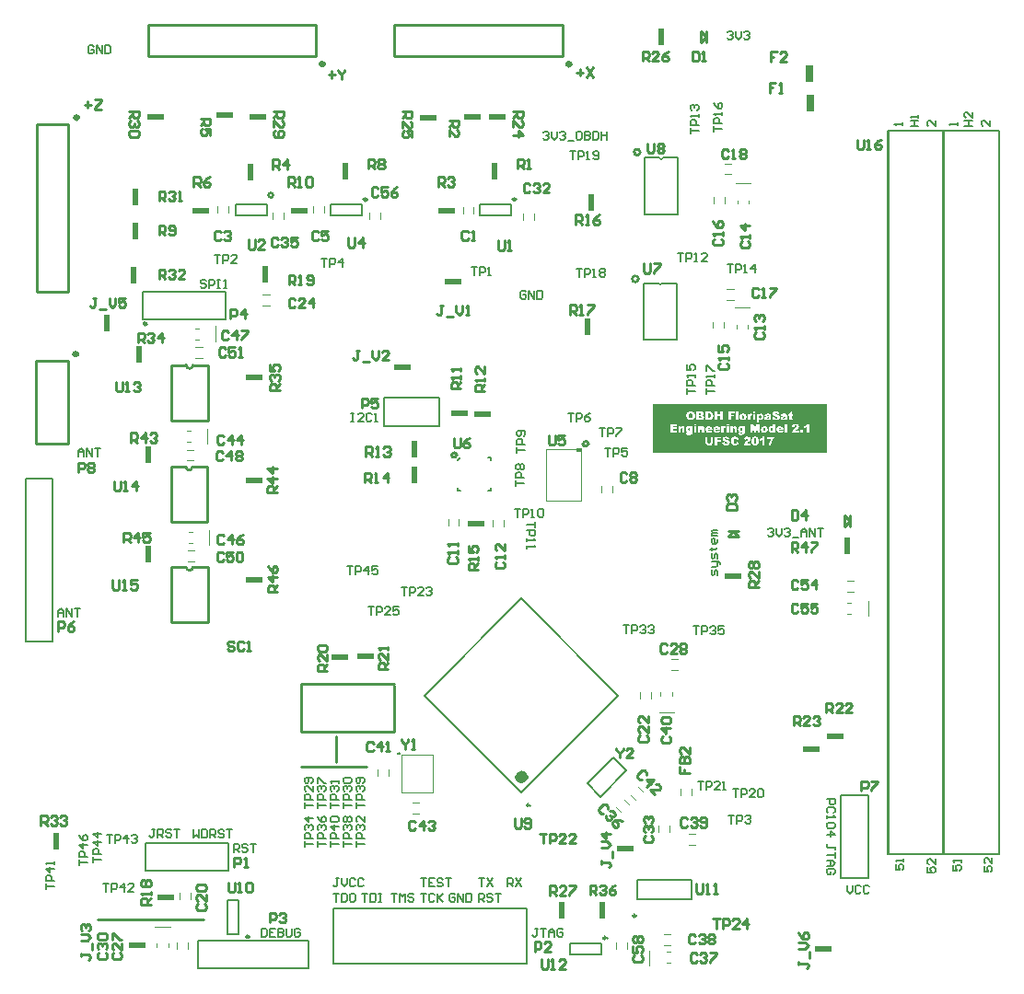
<source format=gto>
%FSTAX23Y23*%
%MOIN*%
%SFA1B1*%

%IPPOS*%
%ADD11C,0.010000*%
%ADD52C,0.008000*%
%ADD72C,0.019690*%
%ADD73C,0.009840*%
%ADD74C,0.005910*%
%ADD75C,0.007870*%
%ADD76C,0.023620*%
%ADD77C,0.003940*%
%ADD78R,0.020000X0.060000*%
%ADD79R,0.025000X0.060000*%
%ADD80R,0.060000X0.020000*%
%ADD81R,0.019690X0.013390*%
%LNpcb_obdh-1*%
%LPD*%
G36*
X05539Y05225D02*
Y05179D01*
Y05115*
X04909*
Y05179*
Y05225*
Y0529*
X05539*
Y05225*
G37*
%LNpcb_obdh-2*%
%LPC*%
G36*
X05176Y05173D02*
X05175D01*
X05173Y05173*
X05172Y05173*
X05171Y05172*
X0517Y05172*
X05169Y05172*
X05168Y05172*
X05168Y05172*
X05168Y05172*
X05168Y05172*
X05168Y05172*
X05168*
X05167Y05171*
X05166Y05171*
X05165Y0517*
X05165Y0517*
X05164Y05169*
X05164Y05169*
X05164Y05169*
X05164Y05168*
X05163Y05168*
X05163Y05167*
X05163Y05166*
X05162Y05165*
X05162Y05165*
X05162Y05164*
Y05164*
Y05164*
X05162Y05163*
X05162Y05163*
X05163Y05162*
X05163Y05161*
X05164Y0516*
X05164Y05159*
X05164Y05159*
X05165Y05158*
X05165Y05158*
X05165Y05158*
X05166Y05157*
X05167Y05157*
X05169Y05156*
X0517Y05155*
X05171Y05155*
X05172Y05155*
X05172Y05155*
X05173Y05155*
X05173Y05155*
X05173Y05154*
X05174Y05154*
X05174*
X05174Y05154*
X05175Y05154*
X05176Y05154*
X05177Y05153*
X05177Y05153*
X05178Y05153*
X05178Y05153*
X05178Y05153*
X05178Y05153*
X05179Y05152*
X05179Y05152*
X05179Y05152*
X05179Y05151*
X05179Y05151*
X05179Y05151*
Y05151*
Y0515*
X05179Y0515*
X05179Y0515*
X05179Y05149*
X05179Y05149*
X05179Y05149*
X05178Y05148*
X05178Y05148*
X05178Y05148*
X05177Y05148*
X05177Y05148*
X05176Y05148*
X05176Y05147*
X05176Y05147*
X05175*
X05174Y05147*
X05174Y05148*
X05173Y05148*
X05172Y05148*
X05172Y05149*
X05172Y05149*
X05171Y05149*
X05171Y05149*
X05171Y0515*
X05171Y0515*
X0517Y05151*
X0517Y05152*
X0517Y05152*
X0517Y05152*
Y05153*
X05161Y05152*
X05161Y05151*
X05161Y0515*
X05162Y05149*
X05162Y05148*
X05163Y05146*
X05164Y05146*
X05164Y05145*
X05164Y05145*
X05164Y05145*
X05164Y05144*
X05164Y05144*
X05164Y05144*
X05165Y05144*
X05166Y05143*
X05167Y05143*
X05167Y05143*
X05169Y05142*
X05171Y05142*
X05172Y05142*
X05173Y05142*
X05173Y05142*
X05174Y05141*
X05174Y05141*
X05175*
X05177Y05141*
X05178Y05142*
X05179Y05142*
X0518Y05142*
X05181Y05142*
X05182Y05142*
X05182Y05142*
X05182Y05143*
X05182Y05143*
X05182Y05143*
X05182*
X05183Y05143*
X05184Y05144*
X05185Y05144*
X05186Y05145*
X05186Y05146*
X05187Y05146*
X05187Y05146*
X05187Y05146*
X05188Y05147*
X05188Y05148*
X05188Y05149*
X05188Y0515*
X05189Y05151*
X05189Y05151*
Y05152*
Y05152*
Y05152*
Y05152*
X05189Y05153*
X05188Y05154*
X05188Y05154*
X05188Y05155*
X05188Y05156*
X05188Y05156*
X05187Y05156*
X05187Y05156*
X05187Y05157*
X05186Y05158*
X05186Y05158*
X05185Y05159*
X05184Y05159*
X05184Y05159*
X05184Y0516*
X05184Y0516*
X05183*
X05183Y0516*
X05182Y0516*
X05181Y05161*
X0518Y05161*
X05178Y05162*
X05177Y05162*
X05177Y05162*
X05176Y05162*
X05176Y05162*
X05175Y05162*
X05175Y05162*
X05175Y05162*
X05175*
X05174Y05163*
X05173Y05163*
X05173Y05163*
X05172Y05163*
X05172Y05163*
X05172Y05163*
X05172Y05163*
X05172*
X05171Y05164*
X05171Y05164*
X05171Y05164*
X05171Y05165*
Y05165*
Y05165*
X05171Y05165*
X05171Y05166*
X05171Y05166*
X05172Y05166*
X05172Y05166*
X05172Y05167*
X05172Y05167*
X05172Y05167*
X05173Y05167*
X05174*
X05174Y05167*
X05174*
X05175Y05167*
X05176Y05167*
X05176Y05167*
X05176Y05167*
X05177Y05167*
X05177Y05166*
X05177Y05166*
X05177Y05166*
X05178Y05166*
X05178Y05165*
X05178Y05165*
X05179Y05164*
X05179Y05164*
X05179Y05164*
X05179Y05163*
Y05163*
X05188Y05164*
X05188Y05165*
X05187Y05165*
X05187Y05166*
X05187Y05167*
X05186Y05168*
X05186Y05169*
X05185Y0517*
X05184Y0517*
X05184Y05171*
X05184Y05171*
X05184*
X05183Y05171*
X05183Y05171*
X05181Y05172*
X0518Y05172*
X05178Y05173*
X05178Y05173*
X05177Y05173*
X05177Y05173*
X05176*
X05176Y05173*
G37*
G36*
X05208D02*
X05208D01*
X05206Y05173*
X05205Y05173*
X05204Y05173*
X05203Y05172*
X05202Y05172*
X05201Y05172*
X052Y05171*
X05199Y05171*
X05199Y0517*
X05198Y0517*
X05197Y0517*
X05197Y05169*
X05197Y05169*
X05196Y05169*
X05196Y05169*
X05196Y05169*
X05196Y05168*
X05195Y05167*
X05194Y05166*
X05194Y05165*
X05194Y05164*
X05193Y05163*
X05193Y05161*
X05193Y05161*
X05192Y0516*
X05192Y05159*
X05192Y05158*
X05192Y05158*
Y05158*
Y05157*
Y05157*
X05192Y05155*
X05193Y05153*
X05193Y05153*
X05193Y05152*
X05193Y05151*
X05193Y0515*
X05194Y0515*
X05194Y05149*
X05194Y05149*
X05194Y05149*
X05194Y05148*
X05194Y05148*
X05195Y05148*
Y05148*
X05195Y05147*
X05196Y05146*
X05197Y05145*
X05198Y05144*
X05199Y05143*
X05199Y05143*
X052Y05143*
X052Y05143*
X052Y05143*
X052*
X05201Y05142*
X05203Y05142*
X05204Y05142*
X05205Y05142*
X05206Y05141*
X05207*
X05207Y05141*
X05208*
X0521Y05141*
X05211Y05142*
X05212Y05142*
X05213Y05142*
X05214Y05142*
X05214Y05142*
X05215Y05143*
X05215Y05143*
X05216Y05143*
X05217Y05144*
X05217Y05144*
X05218Y05145*
X05218Y05145*
X05219Y05146*
X05219Y05146*
X05219Y05146*
X0522Y05147*
X0522Y05148*
X05221Y05149*
X05221Y0515*
X05222Y05151*
X05222Y05151*
X05222Y05152*
X05222Y05152*
X05222Y05152*
Y05152*
X05214Y05154*
X05213Y05153*
X05213Y05152*
X05213Y05152*
X05212Y05151*
X05212Y05151*
X05212Y0515*
X05212Y0515*
X05212Y0515*
X05211Y05149*
X0521Y05149*
X0521Y05149*
X05209Y05149*
X05208Y05149*
X05208Y05149*
X05208*
X05207Y05149*
X05206Y05149*
X05205Y05149*
X05204Y05149*
X05204Y0515*
X05203Y0515*
X05203Y0515*
X05203Y0515*
X05203Y05151*
X05203Y05151*
X05202Y05152*
X05202Y05153*
X05202Y05155*
X05202Y05156*
Y05156*
X05202Y05156*
Y05157*
Y05157*
Y05157*
Y05157*
X05202Y05159*
X05202Y0516*
X05202Y05161*
X05202Y05162*
X05203Y05162*
X05203Y05163*
X05203Y05163*
X05203Y05163*
X05203Y05164*
X05204Y05164*
X05204Y05165*
X05205Y05165*
X05206Y05166*
X05207Y05166*
X05207Y05166*
X05208Y05166*
X05208*
X05209Y05166*
X05209Y05166*
X0521Y05166*
X0521Y05165*
X0521Y05165*
X0521Y05165*
X0521*
X05211Y05165*
X05212Y05164*
X05212Y05164*
X05212Y05164*
X05212Y05164*
X05212Y05164*
X05212Y05163*
X05213Y05163*
X05213Y05162*
X05213Y05162*
X05213Y05162*
X05213Y05162*
Y05162*
X05222Y05163*
X05221Y05165*
X0522Y05167*
X05219Y05168*
X05219Y05169*
X05218Y0517*
X05217Y0517*
X05217Y0517*
X05217Y0517*
X05217Y05171*
X05217*
X05216Y05171*
X05215Y05171*
X05214Y05172*
X05212Y05172*
X05211Y05173*
X0521Y05173*
X0521Y05173*
X05209Y05173*
X05209*
X05208Y05173*
G37*
G36*
X05228Y0521D02*
X05226D01*
X05226Y0521*
X05225Y0521*
X05223Y0521*
X05222Y05209*
X05222Y05209*
X05221Y05208*
X05221Y05208*
X05221Y05208*
X05221Y05208*
X0522Y05207*
X05219Y05205*
X05219Y05204*
X05219Y05203*
X05218Y05202*
X05218Y05201*
Y05201*
X05218Y052*
Y052*
Y052*
Y052*
X05218Y05198*
X05219Y05197*
X05219Y05196*
X05219Y05195*
X0522Y05194*
X0522Y05193*
X0522Y05193*
X0522Y05193*
X0522Y05193*
X0522Y05193*
Y05193*
X05221Y05192*
X05221Y05191*
X05222Y05191*
X05222Y0519*
X05223Y0519*
X05224Y0519*
X05225Y05189*
X05226Y05189*
X05226Y05189*
X05227Y05189*
X05227Y05189*
X05227*
X05228Y05189*
X05229Y05189*
X0523Y05189*
X0523Y05189*
X05231Y0519*
X05231Y0519*
X05231Y0519*
X05231Y0519*
X05232Y0519*
X05232Y0519*
X05233Y05191*
X05234Y05191*
X05234Y05192*
X05234Y05192*
X05234Y05192*
Y05189*
X05234Y05188*
X05234Y05187*
X05234Y05186*
X05234Y05186*
X05233Y05186*
X05233Y05185*
X05233Y05185*
X05233Y05185*
X05233Y05185*
X05232Y05185*
X05232Y05184*
X05231Y05184*
X05231Y05184*
X05231Y05184*
X0523*
X0523Y05184*
X05229Y05184*
X05229Y05184*
X05229Y05185*
X05228Y05185*
X05228Y05185*
X05228Y05185*
X05228*
X05228Y05185*
X05228Y05185*
X05227Y05186*
X05227Y05186*
X05227Y05186*
X05227Y05186*
Y05186*
X05219Y05187*
Y05187*
Y05187*
Y05186*
Y05186*
X05219Y05185*
X05219Y05184*
X0522Y05183*
X0522Y05182*
X05221Y05182*
X05221Y05181*
X05221Y05181*
X05221Y05181*
X05222Y05181*
X05222Y0518*
X05223Y0518*
X05224Y0518*
X05225Y05179*
X05227Y05179*
X05227Y05179*
X05228Y05179*
X05229Y05179*
X05229*
X0523Y05179*
X05231*
X05232Y05179*
X05233Y05179*
X05234Y05179*
X05235Y05179*
X05235Y05179*
X05235Y0518*
X05236*
X05236Y0518*
X05237Y0518*
X05238Y0518*
X05238Y05181*
X05239Y05181*
X05239Y05181*
X05239Y05181*
X05239Y05181*
X0524Y05182*
X0524Y05182*
X05241Y05183*
X05241Y05183*
X05241Y05184*
X05241Y05184*
X05242Y05184*
X05242Y05184*
X05242Y05185*
X05242Y05186*
X05242Y05186*
X05242Y05187*
X05242Y05187*
X05242Y05188*
Y05188*
Y05188*
Y05189*
Y0521*
X05235*
Y05207*
X05234Y05207*
X05233Y05208*
X05233Y05208*
X05232Y05209*
X05232Y05209*
X05232Y05209*
X05231Y0521*
X05231Y0521*
X05231Y0521*
X0523Y0521*
X05229Y0521*
X05229Y0521*
X05228Y0521*
X05228Y0521*
G37*
G36*
X05296Y05218D02*
X05284D01*
X05279Y052*
X05275Y05218*
X05262*
Y05188*
X0527*
Y05211*
X05276Y05188*
X05283*
X05289Y05211*
Y05188*
X05296*
Y05218*
G37*
G36*
X05039Y0521D02*
X05038D01*
X05037Y0521*
X05036Y0521*
X05035Y0521*
X05034Y05209*
X05033Y05209*
X05032Y05208*
X05032Y05208*
X05032Y05208*
X05032Y05208*
X05031Y05207*
X05031Y05205*
X0503Y05204*
X0503Y05203*
X0503Y05202*
X0503Y05201*
Y05201*
X0503Y052*
Y052*
Y052*
Y052*
X0503Y05198*
X0503Y05197*
X0503Y05196*
X0503Y05195*
X05031Y05194*
X05031Y05193*
X05031Y05193*
X05031Y05193*
X05031Y05193*
X05031Y05193*
Y05193*
X05032Y05192*
X05033Y05191*
X05033Y05191*
X05034Y0519*
X05034Y0519*
X05035Y0519*
X05036Y05189*
X05037Y05189*
X05037Y05189*
X05038Y05189*
X05038Y05189*
X05039*
X05039Y05189*
X0504Y05189*
X05041Y05189*
X05042Y05189*
X05042Y0519*
X05042Y0519*
X05043Y0519*
X05043Y0519*
X05043Y0519*
X05044Y0519*
X05044Y05191*
X05045Y05191*
X05045Y05192*
X05045Y05192*
X05045Y05192*
Y05189*
X05045Y05188*
X05045Y05187*
X05045Y05186*
X05045Y05186*
X05045Y05186*
X05045Y05185*
X05044Y05185*
X05044Y05185*
X05044Y05185*
X05044Y05185*
X05043Y05184*
X05043Y05184*
X05042Y05184*
X05042Y05184*
X05042*
X05041Y05184*
X05041Y05184*
X0504Y05184*
X0504Y05185*
X0504Y05185*
X05039Y05185*
X05039Y05185*
X05039*
X05039Y05185*
X05039Y05185*
X05039Y05186*
X05038Y05186*
X05038Y05186*
X05038Y05186*
Y05186*
X0503Y05187*
Y05187*
Y05187*
Y05186*
Y05186*
X0503Y05185*
X05031Y05184*
X05031Y05183*
X05031Y05182*
X05032Y05182*
X05032Y05181*
X05032Y05181*
X05033Y05181*
X05033Y05181*
X05034Y0518*
X05034Y0518*
X05035Y0518*
X05037Y05179*
X05038Y05179*
X05039Y05179*
X05039Y05179*
X0504Y05179*
X05041*
X05041Y05179*
X05043*
X05044Y05179*
X05045Y05179*
X05045Y05179*
X05046Y05179*
X05046Y05179*
X05047Y0518*
X05047*
X05048Y0518*
X05048Y0518*
X05049Y0518*
X0505Y05181*
X0505Y05181*
X0505Y05181*
X0505Y05181*
X05051Y05181*
X05051Y05182*
X05052Y05182*
X05052Y05183*
X05052Y05183*
X05053Y05184*
X05053Y05184*
X05053Y05184*
X05053Y05184*
X05053Y05185*
X05053Y05186*
X05054Y05186*
X05054Y05187*
X05054Y05187*
X05054Y05188*
Y05188*
Y05188*
Y05189*
Y0521*
X05046*
Y05207*
X05045Y05207*
X05045Y05208*
X05044Y05208*
X05044Y05209*
X05043Y05209*
X05043Y05209*
X05043Y0521*
X05043Y0521*
X05042Y0521*
X05041Y0521*
X05041Y0521*
X0504Y0521*
X05039Y0521*
X05039Y0521*
G37*
G36*
X05172D02*
X05171D01*
X05171Y0521*
X0517Y0521*
X0517Y0521*
X05169Y0521*
X05169Y0521*
X05168Y0521*
X05168Y0521*
X05168Y0521*
X05168Y05209*
X05167Y05209*
X05167Y05208*
X05166Y05207*
X05166Y05207*
X05166Y05206*
X05166Y05206*
Y0521*
X05158*
Y05188*
X05167*
Y05195*
Y05196*
X05167Y05197*
X05167Y05198*
X05167Y05199*
X05167Y05199*
X05167Y052*
X05167Y052*
X05167Y05201*
X05167Y05201*
X05167Y05202*
X05168Y05202*
X05168Y05202*
X05168Y05202*
X05168Y05203*
X05169Y05203*
X05169Y05204*
X05169Y05204*
X0517Y05204*
X0517Y05204*
X05171*
X05171Y05204*
X05172Y05204*
X05172Y05203*
X05173Y05203*
X05173Y05203*
X05173Y05203*
X05175Y05209*
X05175Y0521*
X05174Y0521*
X05173Y0521*
X05173Y0521*
X05172Y0521*
X05172Y0521*
G37*
G36*
X05353Y05218D02*
X05345D01*
Y05208*
X05344Y05208*
X05344Y05209*
X05343Y05209*
X05343Y05209*
X05342Y05209*
X05342Y0521*
X05342Y0521*
X05342*
X05341Y0521*
X05341Y0521*
X0534Y0521*
X0534Y0521*
X05339*
X05339Y0521*
X05338*
X05338Y0521*
X05337Y0521*
X05336Y0521*
X05334Y0521*
X05333Y05209*
X05333Y05208*
X05332Y05208*
X05332Y05208*
X05332Y05208*
X05332Y05208*
X05331Y05207*
X05331Y05206*
X0533Y05205*
X0533Y05204*
X05329Y05202*
X05329Y05201*
X05329Y052*
Y052*
X05329Y052*
Y05199*
Y05199*
Y05199*
X05329Y05197*
X05329Y05196*
X0533Y05194*
X0533Y05193*
X05331Y05193*
X05331Y05192*
X05331Y05192*
X05331Y05191*
X05331Y05191*
X05331Y05191*
X05331Y05191*
Y05191*
X05332Y0519*
X05332Y0519*
X05333Y05189*
X05333Y05189*
X05334Y05189*
X05335Y05188*
X05336Y05188*
X05337Y05188*
X05337Y05188*
X05338Y05187*
X05338Y05187*
X05338*
X05339Y05187*
X0534Y05188*
X05341Y05188*
X05341Y05188*
X05342Y05188*
X05342Y05188*
X05342Y05188*
X05342Y05188*
X05343Y05189*
X05343Y05189*
X05344Y0519*
X05344Y0519*
X05345Y0519*
X05345Y05191*
X05345Y05191*
X05345Y05191*
Y05188*
X05353*
Y05218*
G37*
G36*
X05068D02*
X05059D01*
Y05213*
X05068*
Y05218*
G37*
G36*
X05207Y0521D02*
X05207D01*
X05206Y0521*
X05205Y0521*
X05204Y0521*
X05204Y0521*
X05203Y0521*
X05203Y0521*
X05202Y0521*
X05202Y05209*
X05202Y05209*
X05201Y05209*
X052Y05208*
X052Y05208*
X05199Y05207*
X05199Y05207*
X05199Y05206*
X05199Y05206*
Y0521*
X05191*
Y05188*
X05199*
Y05198*
X05199Y052*
X052Y052*
X052Y05201*
X052Y05202*
X052Y05202*
X052Y05202*
X052Y05203*
X052Y05203*
X05201Y05203*
X05201Y05203*
X05202Y05204*
X05202Y05204*
X05202Y05204*
X05203Y05204*
X05203*
X05203Y05204*
X05204Y05204*
X05204Y05204*
X05204Y05203*
X05205Y05203*
X05205Y05203*
X05205Y05203*
X05205Y05203*
X05205Y05203*
X05205Y05202*
X05206Y05201*
X05206Y05201*
X05206Y052*
Y052*
Y052*
Y05188*
X05214*
Y05202*
X05214Y05203*
X05214Y05205*
X05214Y05206*
X05213Y05207*
X05213Y05207*
X05213Y05208*
X05212Y05208*
X05212Y05208*
X05211Y05209*
X05211Y0521*
X0521Y0521*
X05209Y0521*
X05208Y0521*
X05207Y0521*
X05207Y0521*
G37*
G36*
X05018D02*
X05018D01*
X05017Y0521*
X05016Y0521*
X05015Y0521*
X05015Y0521*
X05014Y0521*
X05014Y0521*
X05014Y0521*
X05014Y05209*
X05013Y05209*
X05012Y05209*
X05012Y05208*
X05011Y05208*
X05011Y05207*
X0501Y05207*
X0501Y05206*
X0501Y05206*
Y0521*
X05002*
Y05188*
X05011*
Y05198*
X05011Y052*
X05011Y052*
X05011Y05201*
X05011Y05202*
X05011Y05202*
X05012Y05202*
X05012Y05203*
X05012Y05203*
X05012Y05203*
X05012Y05203*
X05013Y05204*
X05013Y05204*
X05014Y05204*
X05014Y05204*
X05014*
X05015Y05204*
X05015Y05204*
X05015Y05204*
X05016Y05203*
X05016Y05203*
X05016Y05203*
X05016Y05203*
X05016Y05203*
X05016Y05203*
X05017Y05202*
X05017Y05201*
X05017Y05201*
X05017Y052*
Y052*
Y052*
Y05188*
X05025*
Y05202*
X05025Y05203*
X05025Y05205*
X05025Y05206*
X05025Y05207*
X05024Y05207*
X05024Y05208*
X05024Y05208*
X05024Y05208*
X05023Y05209*
X05022Y0521*
X05021Y0521*
X0502Y0521*
X05019Y0521*
X05019Y0521*
X05018Y0521*
G37*
G36*
X05089D02*
X05089D01*
X05088Y0521*
X05087Y0521*
X05086Y0521*
X05086Y0521*
X05085Y0521*
X05085Y0521*
X05084Y0521*
X05084Y05209*
X05084Y05209*
X05083Y05209*
X05083Y05208*
X05082Y05208*
X05082Y05207*
X05081Y05207*
X05081Y05206*
X05081Y05206*
Y0521*
X05073*
Y05188*
X05081*
Y05198*
X05082Y052*
X05082Y052*
X05082Y05201*
X05082Y05202*
X05082Y05202*
X05082Y05202*
X05082Y05203*
X05082Y05203*
X05083Y05203*
X05083Y05203*
X05084Y05204*
X05084Y05204*
X05084Y05204*
X05085Y05204*
X05085*
X05085Y05204*
X05086Y05204*
X05086Y05204*
X05086Y05203*
X05087Y05203*
X05087Y05203*
X05087Y05203*
X05087Y05203*
X05087Y05203*
X05087Y05202*
X05088Y05201*
X05088Y05201*
X05088Y052*
Y052*
Y052*
Y05188*
X05096*
Y05202*
X05096Y05203*
X05096Y05205*
X05096Y05206*
X05095Y05207*
X05095Y05207*
X05095Y05208*
X05094Y05208*
X05094Y05208*
X05093Y05209*
X05093Y0521*
X05092Y0521*
X05091Y0521*
X0509Y0521*
X05089Y0521*
X05089Y0521*
G37*
G36*
X05186Y0521D02*
X05177D01*
Y05188*
X05186*
Y0521*
G37*
G36*
X05396Y05218D02*
X05387D01*
Y05188*
X05396*
Y05218*
G37*
G36*
X05068Y0521D02*
X05059D01*
Y05188*
X05068*
Y0521*
G37*
G36*
X05371Y0521D02*
X0537D01*
X05369Y0521*
X05368Y0521*
X05367Y0521*
X05366Y0521*
X05365Y0521*
X05364Y05209*
X05364Y05209*
X05363Y05209*
X05363Y05209*
X05362Y05208*
X05362Y05208*
X05361Y05208*
X05361Y05208*
X05361Y05207*
X05361Y05207*
X05361Y05207*
X0536Y05207*
X0536Y05206*
X05359Y05205*
X05359Y05205*
X05358Y05203*
X05358Y05202*
X05358Y05201*
X05358Y052*
X05357Y052*
X05357Y05199*
Y05199*
Y05199*
Y05199*
X05357Y05198*
X05358Y05196*
X05358Y05195*
X05358Y05194*
X05359Y05194*
X05359Y05193*
X05359Y05193*
X05359Y05193*
Y05193*
X0536Y05192*
X0536Y05191*
X05361Y0519*
X05362Y0519*
X05362Y05189*
X05363Y05189*
X05363Y05189*
X05363Y05189*
X05364Y05188*
X05365Y05188*
X05366Y05188*
X05368Y05188*
X05369Y05187*
X05369*
X05369Y05187*
X0537*
X05372Y05187*
X05373Y05188*
X05375Y05188*
X05375Y05188*
X05376Y05188*
X05376Y05188*
X05377Y05188*
X05377Y05188*
X05377Y05189*
X05377Y05189*
X05378Y05189*
X05378Y05189*
X05378*
X05379Y05189*
X0538Y0519*
X0538Y05191*
X05381Y05192*
X05382Y05192*
X05382Y05193*
X05382Y05193*
X05382Y05193*
X05382Y05194*
Y05194*
X05374Y05194*
X05374Y05194*
X05373Y05193*
X05373Y05193*
X05373Y05193*
X05373*
X05372Y05193*
X05371Y05192*
X05371*
X0537Y05192*
X0537*
X0537Y05192*
X05369Y05193*
X05368Y05193*
X05368Y05193*
X05368Y05193*
X05367Y05194*
X05367Y05194*
X05367Y05194*
X05367Y05194*
X05367Y05195*
X05366Y05196*
X05366Y05196*
X05366Y05196*
X05366Y05197*
Y05197*
X05383*
Y05198*
X05383Y05199*
X05383Y05201*
X05382Y05202*
X05382Y05203*
X05382Y05204*
X05382Y05204*
X05382Y05204*
X05381Y05205*
X05381Y05205*
Y05205*
X05381Y05206*
X0538Y05207*
X05379Y05207*
X05379Y05208*
X05378Y05208*
X05378Y05209*
X05377Y05209*
X05377Y05209*
X05377*
X05376Y05209*
X05375Y0521*
X05374Y0521*
X05373Y0521*
X05371Y0521*
X05371*
X05371Y0521*
G37*
G36*
X04997Y05218D02*
X04972D01*
Y05188*
X04998*
Y05195*
X04982*
Y05201*
X04996*
Y05207*
X04982*
Y05212*
X04997*
Y05218*
G37*
G36*
X05427Y05219D02*
X05427D01*
X05425Y05219*
X05424Y05219*
X05423Y05219*
X05422Y05218*
X05421Y05218*
X0542Y05218*
X0542Y05218*
X0542Y05218*
X05419Y05217*
X05418Y05217*
X05418Y05216*
X05417Y05216*
X05417Y05215*
X05416Y05215*
X05416Y05215*
X05416Y05215*
X05416Y05214*
X05415Y05213*
X05415Y05212*
X05415Y05211*
X05415Y0521*
X05414Y0521*
X05414Y05209*
X05414Y05209*
Y05209*
Y05209*
X05423Y05208*
X05423Y05209*
X05423Y0521*
X05423Y05211*
X05424Y05211*
X05424Y05212*
X05424Y05212*
X05424Y05212*
X05424Y05212*
X05425Y05212*
X05425Y05213*
X05425Y05213*
X05426Y05213*
X05426Y05213*
X05426Y05213*
X05427*
X05427Y05213*
X05428Y05213*
X05428Y05213*
X05429Y05213*
X05429Y05212*
X05429Y05212*
X05429Y05212*
X05429Y05212*
X0543Y05212*
X0543Y05211*
X0543Y05211*
X0543Y05211*
X0543Y0521*
X0543Y0521*
Y0521*
Y0521*
X0543Y05209*
X0543Y05209*
X0543Y05208*
X0543Y05208*
X0543Y05207*
X05429Y05207*
X05429Y05207*
X05429Y05207*
X05429Y05207*
X05429Y05206*
X05428Y05206*
X05427Y05205*
X05427Y05204*
X05426Y05204*
X05425Y05203*
X05425Y05203*
X05425Y05203*
X05425Y05203*
X05425Y05203*
X05423Y05202*
X05422Y05201*
X05422Y052*
X05421Y052*
X0542Y05199*
X05419Y05198*
X05419Y05198*
X05418Y05197*
X05418Y05197*
X05417Y05196*
X05417Y05196*
X05417Y05196*
X05417Y05195*
X05416Y05195*
X05416Y05195*
Y05195*
X05416Y05194*
X05415Y05192*
X05414Y05191*
X05414Y0519*
X05414Y05189*
X05414Y05189*
X05414Y05189*
X05414Y05188*
X05414Y05188*
Y05188*
Y05188*
X05439*
Y05195*
X05426*
X05427Y05196*
X05427Y05196*
X05427Y05196*
X05428Y05197*
X05428Y05197*
X05428Y05197*
X05428Y05197*
X05429Y05197*
X0543Y05198*
X0543Y05199*
X05431Y05199*
X05431Y05199*
X05431Y05199*
X05432Y052*
X05433Y052*
X05433Y05201*
X05434Y05201*
X05435Y05202*
X05436Y05203*
X05436Y05204*
X05437Y05204*
X05437Y05205*
X05437Y05205*
X05438Y05206*
X05438Y05207*
X05438Y05207*
X05439Y05208*
X05439Y05209*
X05439Y0521*
Y0521*
Y0521*
Y0521*
X05439Y05211*
X05439Y05212*
X05438Y05213*
X05438Y05213*
X05438Y05214*
X05438Y05214*
X05437Y05215*
X05437Y05215*
X05437Y05215*
X05436Y05216*
X05435Y05217*
X05435Y05217*
X05434Y05217*
X05434Y05218*
X05434Y05218*
X05433Y05218*
X05433*
X05432Y05218*
X05431Y05218*
X0543Y05219*
X05429Y05219*
X05428Y05219*
X05428*
X05427Y05219*
G37*
G36*
X05142Y0521D02*
X05141D01*
X0514Y0521*
X05139Y0521*
X05138Y0521*
X05137Y0521*
X05136Y0521*
X05136Y05209*
X05135Y05209*
X05134Y05209*
X05134Y05209*
X05133Y05208*
X05133Y05208*
X05132Y05208*
X05132Y05208*
X05132Y05207*
X05132Y05207*
X05132Y05207*
X05131Y05207*
X05131Y05206*
X0513Y05205*
X0513Y05205*
X05129Y05203*
X05129Y05202*
X05129Y05201*
X05129Y052*
X05129Y052*
X05129Y05199*
Y05199*
Y05199*
Y05199*
X05129Y05198*
X05129Y05196*
X05129Y05195*
X05129Y05194*
X0513Y05194*
X0513Y05193*
X0513Y05193*
X0513Y05193*
Y05193*
X05131Y05192*
X05132Y05191*
X05132Y0519*
X05133Y0519*
X05133Y05189*
X05134Y05189*
X05134Y05189*
X05134Y05189*
X05135Y05188*
X05137Y05188*
X05138Y05188*
X05139Y05188*
X0514Y05187*
X0514*
X05141Y05187*
X05141*
X05143Y05187*
X05145Y05188*
X05146Y05188*
X05146Y05188*
X05147Y05188*
X05147Y05188*
X05148Y05188*
X05148Y05188*
X05149Y05189*
X05149Y05189*
X05149Y05189*
X05149Y05189*
X05149*
X0515Y05189*
X05151Y0519*
X05152Y05191*
X05152Y05192*
X05153Y05192*
X05153Y05193*
X05153Y05193*
X05154Y05193*
X05154Y05194*
Y05194*
X05145Y05194*
X05145Y05194*
X05144Y05193*
X05144Y05193*
X05144Y05193*
X05144*
X05143Y05193*
X05142Y05192*
X05142*
X05142Y05192*
X05141*
X05141Y05192*
X0514Y05193*
X0514Y05193*
X05139Y05193*
X05139Y05193*
X05139Y05194*
X05138Y05194*
X05138Y05194*
X05138Y05194*
X05138Y05195*
X05137Y05196*
X05137Y05196*
X05137Y05196*
X05137Y05197*
Y05197*
X05154*
Y05198*
X05154Y05199*
X05154Y05201*
X05154Y05202*
X05153Y05203*
X05153Y05204*
X05153Y05204*
X05153Y05204*
X05153Y05205*
X05153Y05205*
Y05205*
X05152Y05206*
X05151Y05207*
X05151Y05207*
X0515Y05208*
X05149Y05208*
X05149Y05209*
X05149Y05209*
X05149Y05209*
X05148*
X05147Y05209*
X05146Y0521*
X05145Y0521*
X05144Y0521*
X05143Y0521*
X05142*
X05142Y0521*
G37*
G36*
X05113D02*
X05113D01*
X05112Y0521*
X05111Y0521*
X0511Y0521*
X05109Y0521*
X05108Y0521*
X05107Y05209*
X05107Y05209*
X05106Y05209*
X05105Y05209*
X05105Y05208*
X05105Y05208*
X05104Y05208*
X05104Y05208*
X05104Y05207*
X05104Y05207*
X05104Y05207*
X05103Y05207*
X05103Y05206*
X05102Y05205*
X05102Y05205*
X05101Y05203*
X05101Y05202*
X051Y05201*
X051Y052*
X051Y052*
X051Y05199*
Y05199*
Y05199*
Y05199*
X051Y05198*
X05101Y05196*
X05101Y05195*
X05101Y05194*
X05101Y05194*
X05102Y05193*
X05102Y05193*
X05102Y05193*
Y05193*
X05103Y05192*
X05103Y05191*
X05104Y0519*
X05105Y0519*
X05105Y05189*
X05106Y05189*
X05106Y05189*
X05106Y05189*
X05107Y05188*
X05108Y05188*
X05109Y05188*
X0511Y05188*
X05111Y05187*
X05112*
X05112Y05187*
X05113*
X05115Y05187*
X05116Y05188*
X05118Y05188*
X05118Y05188*
X05119Y05188*
X05119Y05188*
X0512Y05188*
X0512Y05188*
X0512Y05189*
X0512Y05189*
X05121Y05189*
X05121Y05189*
X05121*
X05122Y05189*
X05123Y0519*
X05123Y05191*
X05124Y05192*
X05125Y05192*
X05125Y05193*
X05125Y05193*
X05125Y05193*
X05125Y05194*
Y05194*
X05117Y05194*
X05116Y05194*
X05116Y05193*
X05116Y05193*
X05116Y05193*
X05116*
X05115Y05193*
X05114Y05192*
X05114*
X05113Y05192*
X05113*
X05112Y05192*
X05112Y05193*
X05111Y05193*
X05111Y05193*
X0511Y05193*
X0511Y05194*
X0511Y05194*
X0511Y05194*
X0511Y05194*
X05109Y05195*
X05109Y05196*
X05109Y05196*
X05109Y05196*
X05109Y05197*
Y05197*
X05126*
Y05198*
X05126Y05199*
X05126Y05201*
X05125Y05202*
X05125Y05203*
X05125Y05204*
X05125Y05204*
X05124Y05204*
X05124Y05205*
X05124Y05205*
Y05205*
X05124Y05206*
X05123Y05207*
X05122Y05207*
X05122Y05208*
X05121Y05208*
X05121Y05209*
X0512Y05209*
X0512Y05209*
X0512*
X05119Y05209*
X05118Y0521*
X05117Y0521*
X05115Y0521*
X05114Y0521*
X05114*
X05113Y0521*
G37*
G36*
X05314D02*
X05313D01*
X05312Y0521*
X05311Y0521*
X0531Y0521*
X05309Y0521*
X05309Y0521*
X05308Y05209*
X05307Y05209*
X05307Y05209*
X05306Y05209*
X05306Y05208*
X05305Y05208*
X05305Y05208*
X05305Y05207*
X05304Y05207*
X05304Y05207*
X05304Y05207*
X05304Y05207*
X05303Y05206*
X05303Y05205*
X05302Y05204*
X05302Y05204*
X05302Y05203*
X05301Y05202*
X05301Y05201*
X05301Y05201*
X05301Y052*
X05301Y052*
X05301Y05199*
Y05199*
Y05199*
Y05199*
X05301Y05198*
X05301Y05197*
X05301Y05196*
X05301Y05195*
X05302Y05194*
X05302Y05194*
X05302Y05193*
X05303Y05192*
X05303Y05192*
X05304Y05191*
X05304Y05191*
X05304Y05191*
X05304Y0519*
X05305Y0519*
X05305Y0519*
X05305Y0519*
X05305Y0519*
X05306Y05189*
X05308Y05189*
X05309Y05188*
X0531Y05188*
X05311Y05188*
X05312Y05188*
X05312Y05187*
X05312*
X05313Y05187*
X05313*
X05314Y05187*
X05315Y05188*
X05316Y05188*
X05317Y05188*
X05318Y05188*
X05319Y05188*
X0532Y05189*
X0532Y05189*
X05321Y05189*
X05321Y0519*
X05322Y0519*
X05322Y0519*
X05322Y0519*
X05323Y05191*
X05323Y05191*
X05323Y05191*
X05323Y05191*
X05324Y05192*
X05324Y05193*
X05325Y05193*
X05325Y05194*
X05325Y05195*
X05326Y05196*
X05326Y05197*
X05326Y05197*
X05326Y05198*
X05326Y05198*
X05326Y05199*
Y05199*
Y05199*
Y05199*
Y052*
X05326Y05201*
X05326Y05202*
X05325Y05203*
X05325Y05204*
X05324Y05205*
X05324Y05206*
X05324Y05206*
X05324Y05206*
X05323Y05206*
X05323Y05207*
X05323Y05207*
X05323Y05207*
X05322Y05208*
X05321Y05208*
X0532Y05209*
X0532Y05209*
X05319Y0521*
X05317Y0521*
X05316Y0521*
X05316Y0521*
X05315Y0521*
X05314Y0521*
X05314Y0521*
G37*
G36*
X05452Y05196D02*
X05443D01*
Y05188*
X05452*
Y05196*
G37*
G36*
X05476Y05219D02*
X05469D01*
X05468Y05218*
X05468Y05217*
X05467Y05216*
X05466Y05215*
X05466Y05215*
X05466Y05214*
X05465Y05214*
X05465Y05214*
X05464Y05213*
X05463Y05213*
X05462Y05212*
X05461Y05212*
X0546Y05211*
X0546Y05211*
X05459Y05211*
X05459Y05211*
X05459Y05211*
X05459Y05211*
X05458*
Y05204*
X0546Y05204*
X0546Y05204*
X05461Y05205*
X05462Y05205*
X05463Y05205*
X05463Y05205*
X05463Y05206*
X05463Y05206*
X05465Y05206*
X05465Y05207*
X05466Y05207*
X05467Y05208*
X05467Y05208*
X05467Y05208*
X05467Y05208*
Y05188*
X05476*
Y05219*
G37*
G36*
X05186Y05218D02*
X05177D01*
Y05213*
X05186*
Y05218*
G37*
G36*
X05158Y05172D02*
X05134D01*
Y05142*
X05144*
Y05154*
X05156*
Y0516*
X05144*
Y05166*
X05158*
Y05172*
G37*
G36*
X05281Y05173D02*
X0528D01*
X05279Y05173*
X05278Y05173*
X05277Y05173*
X05276Y05172*
X05275Y05172*
X05274Y05172*
X05274Y05171*
X05273Y05171*
X05272Y05171*
X05272Y0517*
X05272Y0517*
X05271Y0517*
X05271Y0517*
X05271Y0517*
X05271Y05169*
X05271Y05169*
X0527Y05169*
X0527Y05168*
X05269Y05167*
X05269Y05166*
X05268Y05164*
X05268Y05162*
X05268Y05161*
X05268Y0516*
X05268Y05159*
X05268Y05159*
X05268Y05158*
Y05158*
Y05157*
Y05157*
Y05156*
X05268Y05155*
X05268Y05154*
X05268Y05153*
X05268Y05152*
X05268Y05151*
X05268Y05151*
X05268Y05151*
Y05151*
Y05151*
X05268Y0515*
X05269Y05149*
X05269Y05148*
X05269Y05147*
X05269Y05147*
X0527Y05147*
X0527Y05146*
X0527Y05146*
X0527Y05145*
X05271Y05145*
X05272Y05144*
X05272Y05144*
X05273Y05143*
X05273Y05143*
X05274Y05143*
X05274Y05143*
X05275Y05142*
X05276Y05142*
X05277Y05142*
X05278Y05142*
X05279Y05141*
X05279*
X05279Y05141*
X0528*
X05281Y05141*
X05282Y05142*
X05283Y05142*
X05284Y05142*
X05285Y05142*
X05286Y05143*
X05287Y05143*
X05287Y05143*
X05288Y05144*
X05288Y05144*
X05289Y05144*
X05289Y05145*
X05289Y05145*
X05289Y05145*
X05289Y05145*
X0529Y05145*
X0529Y05146*
X0529Y05147*
X05291Y05148*
X05291Y05149*
X05292Y05151*
X05292Y05153*
X05292Y05154*
X05292Y05155*
X05292Y05155*
Y05156*
X05292Y05157*
Y05157*
Y05157*
Y05157*
X05292Y05159*
X05292Y0516*
X05292Y05161*
X05292Y05162*
X05292Y05163*
X05292Y05164*
X05292Y05164*
X05292Y05164*
Y05164*
X05291Y05164*
Y05164*
X05291Y05165*
X05291Y05166*
X05291Y05166*
X05291Y05167*
X05291Y05167*
X0529Y05167*
X0529Y05168*
X0529Y05168*
X0529Y05169*
X05289Y05169*
X05289Y05169*
X05289Y0517*
X05289Y0517*
X05288Y0517*
X05288Y0517*
X05288Y05171*
X05287Y05171*
X05286Y05172*
X05286Y05172*
X05286Y05172*
X05285Y05172*
X05285Y05172*
X05284Y05172*
X05284Y05173*
X05283Y05173*
X05282Y05173*
X05281Y05173*
X05281Y05173*
G37*
G36*
X05252D02*
X05251D01*
X0525Y05173*
X05249Y05173*
X05247Y05173*
X05246Y05172*
X05246Y05172*
X05245Y05172*
X05245Y05172*
X05245Y05172*
X05244Y05171*
X05243Y05171*
X05243Y0517*
X05242Y0517*
X05242Y05169*
X05241Y05169*
X05241Y05169*
X05241Y05169*
X05241Y05168*
X0524Y05167*
X0524Y05166*
X0524Y05165*
X05239Y05164*
X05239Y05164*
X05239Y05163*
X05239Y05163*
Y05163*
Y05163*
X05248Y05162*
X05248Y05163*
X05248Y05164*
X05248Y05165*
X05249Y05165*
X05249Y05166*
X05249Y05166*
X05249Y05166*
X05249Y05166*
X05249Y05166*
X0525Y05167*
X0525Y05167*
X05251Y05167*
X05251Y05167*
X05251Y05167*
X05252*
X05252Y05167*
X05253Y05167*
X05253Y05167*
X05254Y05167*
X05254Y05166*
X05254Y05166*
X05254Y05166*
X05254Y05166*
X05255Y05166*
X05255Y05165*
X05255Y05165*
X05255Y05165*
X05255Y05164*
X05255Y05164*
Y05164*
Y05164*
X05255Y05163*
X05255Y05163*
X05255Y05162*
X05255Y05162*
X05255Y05161*
X05254Y05161*
X05254Y05161*
X05254Y05161*
X05254Y05161*
X05254Y0516*
X05253Y0516*
X05252Y05159*
X05251Y05158*
X05251Y05158*
X0525Y05157*
X0525Y05157*
X0525Y05157*
X0525Y05157*
X05249Y05157*
X05248Y05156*
X05247Y05155*
X05246Y05154*
X05246Y05154*
X05245Y05153*
X05244Y05152*
X05244Y05152*
X05243Y05151*
X05243Y05151*
X05242Y0515*
X05242Y0515*
X05242Y0515*
X05241Y05149*
X05241Y05149*
X05241Y05149*
Y05149*
X0524Y05148*
X0524Y05147*
X05239Y05145*
X05239Y05144*
X05239Y05143*
X05239Y05143*
X05239Y05143*
X05239Y05142*
X05239Y05142*
Y05142*
Y05142*
X05264*
Y05149*
X05251*
X05252Y0515*
X05252Y0515*
X05252Y0515*
X05253Y05151*
X05253Y05151*
X05253Y05151*
X05253Y05151*
X05254Y05151*
X05255Y05152*
X05255Y05153*
X05256Y05153*
X05256Y05153*
X05256Y05153*
X05257Y05154*
X05258Y05154*
X05258Y05155*
X05259Y05155*
X0526Y05156*
X05261Y05157*
X05261Y05158*
X05262Y05158*
X05262Y05159*
X05262Y05159*
X05263Y0516*
X05263Y05161*
X05263Y05161*
X05264Y05162*
X05264Y05163*
X05264Y05164*
Y05164*
Y05164*
Y05164*
X05264Y05165*
X05264Y05166*
X05263Y05167*
X05263Y05167*
X05263Y05168*
X05263Y05168*
X05262Y05169*
X05262Y05169*
X05262Y0517*
X05261Y0517*
X0526Y05171*
X0526Y05171*
X05259Y05171*
X05259Y05172*
X05258Y05172*
X05258Y05172*
X05258*
X05257Y05172*
X05256Y05172*
X05255Y05173*
X05254Y05173*
X05253Y05173*
X05253*
X05252Y05173*
G37*
G36*
X05349Y05172D02*
X05324D01*
Y05165*
X05339*
X05338Y05163*
X05336Y05161*
X05335Y05159*
X05335Y05158*
X05334Y05158*
X05334Y05157*
X05333Y05156*
X05333Y05156*
X05333Y05155*
X05333Y05155*
X05333Y05155*
X05333Y05154*
Y05154*
X05332Y05152*
X05331Y0515*
X05331Y05148*
X0533Y05147*
X0533Y05146*
X0533Y05145*
X0533Y05145*
X0533Y05144*
X0533Y05143*
X0533Y05143*
X05329Y05142*
X05329Y05142*
Y05142*
X05338*
X05338Y05144*
X05338Y05146*
X05339Y05147*
X05339Y05148*
X05339Y05149*
X05339Y05149*
X05339Y0515*
X05339Y0515*
X05339Y0515*
X05339Y05151*
X05339Y05151*
X05339Y05151*
Y05151*
X0534Y05153*
X05341Y05155*
X05341Y05156*
X05342Y05157*
X05342Y05158*
X05342Y05158*
X05343Y05159*
X05343Y05159*
X05343Y0516*
X05343Y0516*
X05343Y0516*
X05344Y0516*
Y0516*
X05344Y05162*
X05345Y05163*
X05346Y05164*
X05347Y05165*
X05348Y05166*
X05348Y05166*
X05349Y05166*
X05349Y05167*
X05349Y05167*
X05349Y05167*
Y05172*
G37*
G36*
X05315Y05173D02*
X05308D01*
X05307Y05172*
X05307Y05171*
X05306Y0517*
X05306Y05169*
X05305Y05169*
X05305Y05168*
X05304Y05168*
X05304Y05168*
X05303Y05167*
X05302Y05167*
X05301Y05166*
X053Y05166*
X05299Y05165*
X05299Y05165*
X05298Y05165*
X05298Y05165*
X05298Y05165*
X05298Y05165*
X05298*
Y05158*
X05299Y05158*
X053Y05158*
X053Y05159*
X05301Y05159*
X05302Y05159*
X05302Y05159*
X05302Y0516*
X05302Y0516*
X05304Y0516*
X05305Y05161*
X05305Y05161*
X05306Y05162*
X05306Y05162*
X05306Y05162*
X05306Y05162*
Y05142*
X05315*
Y05173*
G37*
G36*
X05357Y05264D02*
X05356D01*
X05354Y05264*
X05353Y05264*
X05351Y05264*
X0535Y05264*
X0535Y05263*
X05349Y05263*
X05349Y05263*
X05349Y05263*
X05349Y05263*
X05349Y05263*
X05348*
X05348Y05263*
X05347Y05262*
X05346Y05262*
X05345Y05261*
X05345Y0526*
X05345Y0526*
X05344Y0526*
X05344Y0526*
X05344Y05259*
X05344Y05258*
X05343Y05257*
X05343Y05257*
X05343Y05256*
X05343Y05256*
Y05255*
Y05255*
X05343Y05255*
X05343Y05254*
X05343Y05253*
X05344Y05252*
X05344Y05251*
X05345Y0525*
X05345Y0525*
X05346Y0525*
X05346Y05249*
X05346Y05249*
X05347Y05249*
X05348Y05248*
X0535Y05247*
X05351Y05247*
X05352Y05246*
X05352Y05246*
X05353Y05246*
X05353Y05246*
X05354Y05246*
X05354Y05246*
X05354Y05246*
X05354*
X05355Y05246*
X05356Y05245*
X05357Y05245*
X05358Y05245*
X05358Y05245*
X05359Y05244*
X05359Y05244*
X05359Y05244*
X05359Y05244*
X0536Y05244*
X0536Y05243*
X0536Y05243*
X0536Y05243*
X0536Y05242*
X0536Y05242*
Y05242*
Y05242*
X0536Y05241*
X0536Y05241*
X0536Y0524*
X0536Y0524*
X05359Y0524*
X05359Y0524*
X05359Y0524*
X05359Y05239*
X05358Y05239*
X05358Y05239*
X05357Y05239*
X05357Y05239*
X05357Y05239*
X05356*
X05355Y05239*
X05354Y05239*
X05354Y05239*
X05353Y0524*
X05353Y0524*
X05352Y0524*
X05352Y05241*
X05352Y05241*
X05352Y05241*
X05351Y05242*
X05351Y05243*
X05351Y05243*
X05351Y05244*
X05351Y05244*
Y05244*
X05342Y05243*
X05342Y05243*
X05342Y05242*
X05343Y0524*
X05343Y05239*
X05344Y05238*
X05344Y05237*
X05345Y05237*
X05345Y05236*
X05345Y05236*
X05345Y05236*
X05345Y05236*
X05345Y05236*
X05346Y05235*
X05347Y05235*
X05347Y05234*
X05348Y05234*
X0535Y05234*
X05352Y05233*
X05353Y05233*
X05353Y05233*
X05354Y05233*
X05355Y05233*
X05355Y05233*
X05356*
X05358Y05233*
X05359Y05233*
X0536Y05233*
X05361Y05233*
X05362Y05234*
X05362Y05234*
X05363Y05234*
X05363Y05234*
X05363Y05234*
X05363Y05234*
X05363*
X05364Y05235*
X05365Y05235*
X05366Y05236*
X05367Y05236*
X05367Y05237*
X05368Y05237*
X05368Y05238*
X05368Y05238*
X05368Y05239*
X05369Y0524*
X05369Y05241*
X05369Y05241*
X05369Y05242*
X05369Y05243*
Y05243*
Y05243*
Y05243*
Y05243*
X05369Y05244*
X05369Y05245*
X05369Y05246*
X05369Y05246*
X05369Y05247*
X05368Y05247*
X05368Y05248*
X05368Y05248*
X05368Y05248*
X05367Y05249*
X05366Y0525*
X05366Y0525*
X05365Y05251*
X05365Y05251*
X05364Y05251*
X05364Y05251*
X05364*
X05364Y05251*
X05363Y05252*
X05362Y05252*
X0536Y05253*
X05359Y05253*
X05358Y05253*
X05358Y05253*
X05357Y05253*
X05357Y05254*
X05356Y05254*
X05356Y05254*
X05356Y05254*
X05356*
X05355Y05254*
X05354Y05254*
X05353Y05254*
X05353Y05255*
X05353Y05255*
X05353Y05255*
X05352Y05255*
X05352*
X05352Y05255*
X05352Y05255*
X05352Y05256*
X05352Y05256*
Y05256*
Y05256*
X05352Y05257*
X05352Y05257*
X05352Y05257*
X05352Y05258*
X05353Y05258*
X05353Y05258*
X05353Y05258*
X05353Y05258*
X05354Y05259*
X05354*
X05355Y05259*
X05355*
X05356Y05259*
X05356Y05258*
X05357Y05258*
X05357Y05258*
X05358Y05258*
X05358Y05258*
X05358Y05258*
X05358Y05258*
X05359Y05257*
X05359Y05257*
X05359Y05256*
X05359Y05256*
X05359Y05255*
X0536Y05255*
X0536Y05255*
Y05255*
X05368Y05255*
X05368Y05256*
X05368Y05257*
X05368Y05258*
X05368Y05258*
X05367Y05259*
X05366Y0526*
X05366Y05261*
X05365Y05262*
X05365Y05262*
X05365Y05262*
X05365*
X05364Y05262*
X05364Y05263*
X05362Y05263*
X05361Y05264*
X05359Y05264*
X05359Y05264*
X05358Y05264*
X05357Y05264*
X05357*
X05357Y05264*
G37*
G36*
X05281Y05264D02*
X05273D01*
Y05258*
X05281*
Y05264*
G37*
G36*
X05163D02*
X05153D01*
Y05253*
X05143*
Y05264*
X05134*
Y05233*
X05143*
Y05246*
X05153*
Y05233*
X05163*
Y05264*
G37*
G36*
X05267Y05256D02*
X05267D01*
X05266Y05256*
X05265Y05256*
X05265Y05256*
X05264Y05255*
X05264Y05255*
X05264Y05255*
X05264Y05255*
X05264Y05255*
X05263Y05255*
X05263Y05254*
X05262Y05253*
X05262Y05252*
X05262Y05252*
X05261Y05252*
X05261Y05252*
Y05255*
X05253*
Y05233*
X05262*
Y05241*
Y05242*
X05262Y05243*
X05262Y05243*
X05262Y05244*
X05262Y05245*
X05262Y05245*
X05262Y05246*
X05263Y05246*
X05263Y05247*
X05263Y05247*
X05263Y05247*
X05263Y05248*
X05263Y05248*
X05264Y05248*
X05264Y05249*
X05264Y05249*
X05265Y05249*
X05265Y05249*
X05265Y05249*
X05266*
X05266Y05249*
X05267Y05249*
X05268Y05249*
X05268Y05249*
X05268Y05249*
X05268Y05249*
X05271Y05255*
X0527Y05255*
X05269Y05255*
X05268Y05256*
X05268Y05256*
X05267Y05256*
X05267Y05256*
G37*
G36*
X05302D02*
X05301D01*
X05301Y05256*
X053Y05256*
X05299Y05256*
X05298Y05255*
X05298Y05255*
X05298Y05255*
X05297Y05255*
X05297Y05255*
X05297Y05255*
X05296Y05254*
X05296Y05254*
X05295Y05253*
X05295Y05253*
X05295Y05252*
X05294Y05252*
X05294Y05252*
Y05255*
X05286*
Y05225*
X05295*
Y05235*
X05295Y05235*
X05296Y05235*
X05296Y05234*
X05297Y05234*
X05297Y05234*
X05297Y05234*
X05298Y05234*
X05298Y05233*
X05298Y05233*
X05299Y05233*
X053Y05233*
X053Y05233*
X05301*
X05301Y05233*
X05301*
X05302Y05233*
X05303Y05233*
X05304Y05233*
X05305Y05234*
X05306Y05234*
X05307Y05235*
X05307Y05235*
X05308Y05236*
X05308Y05236*
Y05236*
X05308Y05236*
X05309Y05237*
X05309Y05238*
X0531Y0524*
X0531Y05241*
X0531Y05242*
X05311Y05243*
Y05243*
X05311Y05244*
Y05244*
Y05244*
Y05244*
X0531Y05246*
X0531Y05247*
X0531Y05249*
X05309Y0525*
X05309Y05251*
X05309Y05251*
X05309Y05252*
X05309Y05252*
X05308Y05252*
X05308Y05252*
X05308Y05252*
X05308Y05252*
X05308Y05253*
X05307Y05254*
X05307Y05254*
X05306Y05254*
X05306Y05255*
X05305Y05255*
X05304Y05255*
X05303Y05256*
X05302Y05256*
X05302Y05256*
X05302Y05256*
G37*
G36*
X05128Y05172D02*
X05119D01*
Y05154*
X05119Y05153*
X05119Y05152*
X05118Y05151*
X05118Y05151*
X05118Y0515*
X05118Y0515*
X05117Y0515*
X05117Y0515*
X05117Y05149*
X05116Y05149*
X05116Y05149*
X05115Y05149*
X05114Y05149*
X05114Y05149*
X05114*
X05113Y05149*
X05112Y05149*
X05111Y05149*
X05111Y05149*
X0511Y05149*
X0511Y0515*
X0511Y0515*
X0511Y0515*
X05109Y0515*
X05109Y05151*
X05109Y05152*
X05109Y05152*
X05108Y05153*
X05108Y05153*
Y05154*
Y05154*
Y05172*
X05099*
Y05154*
X05099Y05153*
X05099Y05152*
X05099Y05152*
X05099Y05151*
X051Y0515*
X051Y0515*
X051Y05149*
X051Y05149*
Y05149*
X051Y05148*
X051Y05148*
X05101Y05147*
X05101Y05147*
X05101Y05146*
X05102Y05146*
X05102Y05146*
X05102Y05146*
X05103Y05145*
X05103Y05144*
X05104Y05144*
X05104Y05144*
X05105Y05143*
X05105Y05143*
X05105Y05143*
X05105Y05143*
X05106Y05143*
X05107Y05142*
X05107Y05142*
X05108Y05142*
X05109Y05142*
X05109Y05142*
X05109Y05142*
X0511*
X0511Y05142*
X05111Y05142*
X05112Y05141*
X05113*
X05114Y05141*
X05114*
X05116Y05141*
X05117Y05142*
X05118Y05142*
X05119Y05142*
X0512Y05142*
X0512Y05142*
X05121Y05142*
X05121Y05142*
X05121Y05142*
X05121*
X05122Y05143*
X05122Y05143*
X05123Y05144*
X05124Y05144*
X05124Y05144*
X05124Y05145*
X05125Y05145*
X05125Y05145*
X05125Y05146*
X05126Y05146*
X05126Y05147*
X05127Y05148*
X05127Y05148*
X05127Y05149*
X05127Y05149*
X05127Y05149*
X05128Y0515*
X05128Y05151*
X05128Y05152*
X05128Y05153*
X05128Y05153*
X05128Y05154*
Y05154*
Y05154*
Y05172*
G37*
G36*
X05085Y05264D02*
X05068D01*
Y05233*
X05084*
X05085Y05233*
X05085Y05233*
X05086Y05234*
X05087Y05234*
X05087Y05234*
X05088Y05234*
X05088*
X05089Y05234*
X05089Y05234*
X0509Y05234*
X05091Y05234*
X05091Y05234*
X05091Y05235*
X05091Y05235*
X05091*
X05092Y05235*
X05093Y05236*
X05093Y05236*
X05094Y05237*
X05094Y05237*
X05094Y05237*
X05094Y05238*
X05094Y05238*
X05095Y05238*
X05095Y05239*
X05095Y0524*
X05095Y05241*
X05096Y05241*
X05096Y05242*
Y05242*
Y05242*
X05096Y05243*
X05095Y05244*
X05095Y05245*
X05095Y05245*
X05095Y05246*
X05094Y05246*
X05094Y05247*
X05094Y05247*
X05093Y05247*
X05093Y05248*
X05092Y05248*
X05091Y05249*
X0509Y05249*
X0509Y05249*
X0509Y05249*
X05089*
X05089Y05249*
X05089*
X0509Y0525*
X05091Y0525*
X05091Y0525*
X05092Y05251*
X05092Y05251*
X05092Y05251*
X05092Y05251*
X05093Y05252*
X05093Y05252*
X05094Y05253*
X05094Y05254*
X05094Y05255*
X05094Y05255*
X05094Y05256*
Y05256*
Y05256*
X05094Y05257*
X05094Y05258*
X05093Y05259*
X05093Y0526*
X05093Y05261*
X05092Y05261*
X05092Y05261*
X05092Y05262*
X05091Y05262*
X0509Y05263*
X05089Y05263*
X05088Y05263*
X05087Y05264*
X05086Y05264*
X05086*
X05085Y05264*
G37*
G36*
X05115D02*
X05101D01*
Y05233*
X05115*
X05116Y05233*
X05116Y05233*
X05117Y05234*
X05118Y05234*
X05119Y05234*
X0512Y05234*
X0512Y05234*
X0512*
X0512Y05234*
X0512*
X05121Y05234*
X05122Y05235*
X05123Y05235*
X05123Y05236*
X05124Y05236*
X05124Y05236*
X05124Y05236*
X05124Y05237*
X05125Y05237*
X05126Y05238*
X05126Y05239*
X05127Y05239*
X05127Y0524*
X05127Y05241*
X05127Y05241*
X05128Y05241*
X05128Y05242*
X05128Y05243*
X05128Y05245*
X05129Y05246*
X05129Y05247*
Y05247*
X05129Y05248*
Y05248*
Y05248*
Y05249*
Y05249*
X05129Y0525*
X05129Y05251*
X05128Y05252*
X05128Y05253*
X05128Y05253*
X05128Y05254*
X05128Y05254*
X05128Y05254*
Y05255*
X05128Y05255*
X05127Y05256*
X05127Y05257*
X05126Y05258*
X05126Y05259*
X05126Y05259*
X05126Y05259*
X05125Y05259*
X05125Y0526*
X05124Y05261*
X05123Y05261*
X05123Y05262*
X05122Y05262*
X05122Y05262*
X05121Y05263*
X05121Y05263*
X05121*
X0512Y05263*
X05119Y05263*
X05118Y05263*
X05117Y05264*
X05116Y05264*
X05116*
X05115Y05264*
G37*
G36*
X05412D02*
X05404Y05259D01*
Y05255*
X05401*
Y05249*
X05404*
Y05241*
X05404Y0524*
X05404Y05239*
X05404Y05238*
X05404Y05237*
X05404Y05237*
X05404Y05236*
X05404Y05236*
Y05236*
X05405Y05235*
X05405Y05235*
X05405Y05234*
X05406Y05234*
X05406Y05234*
X05406Y05234*
X05406Y05234*
X05407Y05234*
X05407Y05233*
X05408Y05233*
X05409Y05233*
X05409Y05233*
X0541Y05233*
X05411Y05233*
X05411*
X05412Y05233*
X05413Y05233*
X05414Y05233*
X05415Y05233*
X05416Y05233*
X05417Y05233*
X05417Y05233*
X05417Y05233*
X05417*
X05416Y05239*
X05416Y05239*
X05415Y05239*
X05415Y05239*
X05415Y05239*
X05414*
X05414Y05239*
X05414*
X05413Y05239*
X05413Y05239*
X05413Y05239*
X05412Y05239*
X05412Y05239*
X05412Y0524*
X05412Y0524*
X05412Y05241*
X05412Y05241*
Y05241*
Y05241*
Y05241*
Y05249*
X05417*
Y05255*
X05412*
Y05264*
G37*
G36*
X05047Y05264D02*
X05047D01*
X05045Y05264*
X05044Y05264*
X05043Y05264*
X05042Y05264*
X05041Y05263*
X0504Y05263*
X05039Y05263*
X05038Y05262*
X05037Y05262*
X05037Y05261*
X05036Y05261*
X05036Y05261*
X05035Y05261*
X05035Y0526*
X05035Y0526*
X05035Y0526*
X05034Y05259*
X05034Y05258*
X05033Y05257*
X05033Y05257*
X05032Y05256*
X05032Y05255*
X05032Y05254*
X05031Y05253*
X05031Y05252*
X05031Y05251*
X05031Y0525*
X05031Y0525*
X05031Y05249*
Y05249*
Y05249*
Y05248*
X05031Y05247*
X05031Y05245*
X05032Y05243*
X05032Y05243*
X05032Y05242*
X05032Y05241*
X05032Y05241*
X05032Y05241*
X05033Y0524*
X05033Y0524*
X05033Y0524*
X05033Y0524*
Y0524*
X05034Y05238*
X05035Y05237*
X05036Y05236*
X05037Y05236*
X05037Y05235*
X05038Y05235*
X05038Y05235*
X05038Y05234*
X05038Y05234*
X05038*
X0504Y05234*
X05041Y05234*
X05043Y05233*
X05044Y05233*
X05045Y05233*
X05045*
X05046Y05233*
X05046Y05233*
X05047*
X05049Y05233*
X0505Y05233*
X05052Y05233*
X05052Y05234*
X05053Y05234*
X05054Y05234*
X05054Y05234*
X05054Y05234*
X05055Y05234*
X05055Y05234*
X05055Y05235*
X05055Y05235*
X05055*
X05057Y05235*
X05058Y05236*
X05059Y05237*
X05059Y05238*
X0506Y05239*
X0506Y05239*
X0506Y0524*
X05061Y0524*
X05061Y0524*
Y0524*
X05061Y05241*
X05062Y05243*
X05062Y05244*
X05062Y05246*
X05062Y05246*
X05062Y05247*
X05062Y05247*
X05062Y05248*
Y05248*
Y05248*
Y05249*
Y05249*
X05062Y0525*
X05062Y05251*
X05062Y05253*
X05062Y05254*
X05062Y05255*
X05061Y05256*
X05061Y05256*
X0506Y05257*
X0506Y05258*
X0506Y05258*
X05059Y05259*
X05059Y05259*
X05059Y0526*
X05058Y0526*
X05058Y0526*
X05058Y0526*
X05057Y05261*
X05057Y05262*
X05056Y05262*
X05055Y05263*
X05054Y05263*
X05053Y05263*
X05052Y05264*
X05051Y05264*
X0505Y05264*
X05049Y05264*
X05048Y05264*
X05048Y05264*
X05047Y05264*
G37*
G36*
X05237Y05256D02*
X05237D01*
X05235Y05256*
X05234Y05256*
X05234Y05256*
X05233Y05255*
X05232Y05255*
X05231Y05255*
X0523Y05255*
X0523Y05254*
X05229Y05254*
X05229Y05254*
X05228Y05253*
X05228Y05253*
X05228Y05253*
X05228Y05253*
X05227Y05253*
X05227Y05253*
X05227Y05252*
X05226Y05251*
X05226Y05251*
X05225Y0525*
X05225Y05249*
X05225Y05248*
X05224Y05247*
X05224Y05247*
X05224Y05246*
X05224Y05245*
X05224Y05245*
X05224Y05245*
Y05244*
Y05244*
Y05244*
X05224Y05243*
X05224Y05242*
X05224Y05241*
X05225Y05241*
X05225Y0524*
X05225Y05239*
X05226Y05238*
X05226Y05238*
X05226Y05237*
X05227Y05237*
X05227Y05236*
X05227Y05236*
X05228Y05236*
X05228Y05236*
X05228Y05236*
X05228Y05235*
X05229Y05235*
X05229Y05235*
X05231Y05234*
X05232Y05233*
X05234Y05233*
X05234Y05233*
X05235Y05233*
X05235Y05233*
X05236*
X05236Y05233*
X05237*
X05238Y05233*
X05239Y05233*
X0524Y05233*
X05241Y05233*
X05241Y05234*
X05242Y05234*
X05243Y05234*
X05243Y05234*
X05244Y05235*
X05244Y05235*
X05245Y05235*
X05245Y05235*
X05246Y05236*
X05246Y05236*
X05246Y05236*
X05246Y05236*
X05246Y05237*
X05247Y05237*
X05247Y05238*
X05248Y05239*
X05248Y05239*
X05248Y0524*
X05249Y05241*
X05249Y05242*
X05249Y05243*
X05249Y05243*
X05249Y05244*
X05249Y05244*
Y05244*
Y05244*
Y05244*
Y05245*
X05249Y05246*
X05249Y05247*
X05248Y05249*
X05248Y0525*
X05247Y05251*
X05247Y05251*
X05247Y05251*
X05247Y05252*
X05247Y05252*
X05247Y05252*
X05247Y05252*
X05246Y05253*
X05245Y05253*
X05244Y05254*
X05244Y05254*
X05243Y05255*
X05242Y05255*
X0524Y05255*
X0524Y05256*
X05239Y05256*
X05238Y05256*
X05238Y05256*
X05237Y05256*
G37*
G36*
X05206Y05264D02*
X05183D01*
Y05233*
X05193*
Y05246*
X05204*
Y05252*
X05193*
Y05257*
X05206*
Y05264*
G37*
G36*
X05327Y05256D02*
X05325D01*
X05324Y05256*
X05323Y05256*
X05323Y05256*
X05322Y05256*
X05322Y05255*
X05321Y05255*
X05321*
X05321Y05255*
X0532Y05255*
X05319Y05255*
X05319Y05255*
X05318Y05255*
X05318Y05255*
X05318Y05255*
X05318Y05254*
X05317Y05254*
X05317Y05254*
X05317Y05253*
X05316Y05253*
X05316Y05253*
X05316Y05253*
X05316Y05252*
X05316Y05252*
X05315Y05252*
X05315Y05251*
X05315Y0525*
X05314Y0525*
X05314Y05249*
X05314Y05249*
Y05249*
X05322Y05248*
X05323Y05249*
X05323Y05249*
X05323Y05249*
X05323Y0525*
X05323Y0525*
X05324Y0525*
X05324Y0525*
X05324*
X05324Y0525*
X05325Y05251*
X05326Y05251*
X05326*
X05326Y05251*
X05327*
X05328Y05251*
X05328Y05251*
X05328Y05251*
X05329Y0525*
X05329Y0525*
X05329Y0525*
Y0525*
X05329Y0525*
X05329Y0525*
X0533Y05249*
Y05249*
X0533Y05248*
Y05248*
Y05248*
X05329Y05248*
X05328Y05247*
X05328Y05247*
X05327Y05247*
X05327Y05247*
X05327Y05247*
X05327*
X05326Y05247*
X05326Y05247*
X05325Y05247*
X05324Y05246*
X05323Y05246*
X05322Y05246*
X05322Y05246*
X05321Y05246*
X05321Y05246*
X05321Y05246*
X05321Y05246*
X0532*
X05319Y05245*
X05318Y05245*
X05317Y05244*
X05316Y05244*
X05316Y05244*
X05315Y05244*
X05315Y05243*
X05315Y05243*
X05315Y05243*
X05314Y05242*
X05314Y05241*
X05314Y05241*
X05314Y0524*
X05314Y0524*
Y05239*
Y05239*
Y05239*
X05314Y05238*
X05314Y05237*
X05314Y05236*
X05315Y05236*
X05315Y05235*
X05315Y05235*
X05316Y05235*
X05316Y05235*
X05317Y05234*
X05317Y05234*
X05318Y05233*
X05319Y05233*
X0532Y05233*
X05321Y05233*
X05321*
X05321Y05233*
X05322*
X05323Y05233*
X05324Y05233*
X05325Y05233*
X05325Y05233*
X05326Y05233*
X05326Y05234*
X05327Y05234*
X05327Y05234*
X05327Y05234*
X05328Y05234*
X05329Y05235*
X05329Y05235*
X05329Y05235*
X0533Y05236*
X0533Y05236*
X0533Y05236*
X0533Y05235*
X0533Y05235*
X0533Y05235*
Y05235*
X05331Y05234*
X05331Y05234*
X05331Y05233*
X05331Y05233*
Y05233*
X05339*
X05339Y05234*
X05338Y05235*
X05338Y05235*
X05338Y05235*
X05338Y05235*
X05338Y05235*
Y05236*
X05338Y05236*
X05338Y05236*
X05338Y05237*
Y05237*
Y05238*
Y05238*
Y05238*
Y05248*
Y05248*
X05338Y05249*
X05338Y05249*
X05338Y0525*
X05338Y0525*
X05337Y05251*
X05337Y05251*
X05337Y05251*
X05337Y05252*
X05337Y05252*
X05336Y05253*
X05336Y05253*
X05336Y05253*
X05336Y05253*
X05336Y05254*
X05336Y05254*
X05335Y05254*
X05334Y05254*
X05334Y05255*
X05333Y05255*
X05333Y05255*
X05332Y05255*
X05332Y05255*
X05332*
X05331Y05256*
X0533Y05256*
X05329Y05256*
X05328Y05256*
X05327Y05256*
G37*
G36*
X05386D02*
X05384D01*
X05383Y05256*
X05382Y05256*
X05382Y05256*
X05381Y05256*
X05381Y05255*
X0538Y05255*
X0538*
X0538Y05255*
X05379Y05255*
X05378Y05255*
X05378Y05255*
X05377Y05255*
X05377Y05255*
X05377Y05255*
X05377Y05254*
X05376Y05254*
X05376Y05254*
X05376Y05253*
X05375Y05253*
X05375Y05253*
X05375Y05253*
X05375Y05252*
X05375Y05252*
X05374Y05252*
X05374Y05251*
X05374Y0525*
X05373Y0525*
X05373Y05249*
X05373Y05249*
Y05249*
X05381Y05248*
X05381Y05249*
X05382Y05249*
X05382Y05249*
X05382Y0525*
X05382Y0525*
X05382Y0525*
X05383Y0525*
X05383*
X05383Y0525*
X05384Y05251*
X05385Y05251*
X05385*
X05385Y05251*
X05386*
X05387Y05251*
X05387Y05251*
X05387Y05251*
X05388Y0525*
X05388Y0525*
X05388Y0525*
Y0525*
X05388Y0525*
X05388Y0525*
X05389Y05249*
Y05249*
X05389Y05248*
Y05248*
Y05248*
X05388Y05248*
X05387Y05247*
X05387Y05247*
X05386Y05247*
X05386Y05247*
X05386Y05247*
X05386*
X05385Y05247*
X05385Y05247*
X05384Y05247*
X05383Y05246*
X05382Y05246*
X05381Y05246*
X05381Y05246*
X0538Y05246*
X0538Y05246*
X0538Y05246*
X0538Y05246*
X05379*
X05378Y05245*
X05377Y05245*
X05376Y05244*
X05375Y05244*
X05375Y05244*
X05374Y05244*
X05374Y05243*
X05374Y05243*
X05374Y05243*
X05373Y05242*
X05373Y05241*
X05373Y05241*
X05373Y0524*
X05373Y0524*
Y05239*
Y05239*
Y05239*
X05373Y05238*
X05373Y05237*
X05373Y05236*
X05374Y05236*
X05374Y05235*
X05374Y05235*
X05375Y05235*
X05375Y05235*
X05375Y05234*
X05376Y05234*
X05377Y05233*
X05378Y05233*
X05379Y05233*
X0538Y05233*
X0538*
X0538Y05233*
X05381*
X05382Y05233*
X05383Y05233*
X05384Y05233*
X05384Y05233*
X05385Y05233*
X05385Y05234*
X05386Y05234*
X05386Y05234*
X05386Y05234*
X05387Y05234*
X05388Y05235*
X05388Y05235*
X05388Y05235*
X05389Y05236*
X05389Y05236*
X05389Y05236*
X05389Y05235*
X05389Y05235*
X05389Y05235*
Y05235*
X0539Y05234*
X0539Y05234*
X0539Y05233*
X0539Y05233*
Y05233*
X05398*
X05398Y05234*
X05397Y05235*
X05397Y05235*
X05397Y05235*
X05397Y05235*
X05397Y05235*
Y05236*
X05397Y05236*
X05397Y05236*
X05397Y05237*
Y05237*
Y05238*
Y05238*
Y05238*
Y05248*
Y05248*
X05397Y05249*
X05397Y05249*
X05397Y0525*
X05396Y0525*
X05396Y05251*
X05396Y05251*
X05396Y05251*
X05396Y05252*
X05396Y05252*
X05395Y05253*
X05395Y05253*
X05395Y05253*
X05395Y05253*
X05395Y05254*
X05395Y05254*
X05394Y05254*
X05393Y05254*
X05393Y05255*
X05392Y05255*
X05392Y05255*
X05391Y05255*
X05391Y05255*
X05391*
X0539Y05256*
X05389Y05256*
X05388Y05256*
X05387Y05256*
X05386Y05256*
G37*
G36*
X0522Y05264D02*
X05211D01*
Y05233*
X0522*
Y05264*
G37*
G36*
X05281Y05255D02*
X05273D01*
Y05233*
X05281*
Y05255*
G37*
%LNpcb_obdh-3*%
%LPD*%
G36*
X05231Y05204D02*
X05231Y05204D01*
X05232Y05204*
X05232Y05204*
X05232Y05203*
X05233Y05203*
X05233Y05203*
X05233Y05203*
X05233Y05202*
X05234Y05202*
X05234Y05201*
X05234Y05201*
X05234Y052*
X05234Y052*
Y05199*
Y05199*
X05234Y05198*
X05234Y05198*
X05234Y05197*
X05234Y05197*
X05233Y05196*
X05233Y05196*
X05233Y05196*
X05233Y05196*
X05233Y05195*
X05232Y05195*
X05232Y05195*
X05231Y05195*
X05231Y05195*
X05231Y05194*
X0523*
X0523Y05195*
X05229Y05195*
X05229Y05195*
X05228Y05195*
X05228Y05195*
X05228Y05195*
X05228Y05196*
X05228Y05196*
X05227Y05196*
X05227Y05197*
X05227Y05197*
X05227Y05198*
X05227Y05198*
X05227Y05199*
Y05199*
Y05199*
X05227Y052*
X05227Y05201*
X05227Y05202*
X05227Y05202*
X05227Y05203*
X05227Y05203*
X05228Y05203*
X05228Y05203*
X05228Y05203*
X05228Y05204*
X05229Y05204*
X05229Y05204*
X0523Y05204*
X0523Y05204*
X0523*
X05231Y05204*
G37*
G36*
X05042D02*
X05043Y05204D01*
X05043Y05204*
X05043Y05204*
X05044Y05203*
X05044Y05203*
X05044Y05203*
X05044Y05203*
X05045Y05202*
X05045Y05202*
X05045Y05201*
X05045Y05201*
X05045Y052*
X05045Y052*
Y05199*
Y05199*
X05045Y05198*
X05045Y05198*
X05045Y05197*
X05045Y05197*
X05045Y05196*
X05044Y05196*
X05044Y05196*
X05044Y05196*
X05044Y05195*
X05043Y05195*
X05043Y05195*
X05043Y05195*
X05042Y05195*
X05042Y05194*
X05042*
X05041Y05195*
X0504Y05195*
X0504Y05195*
X0504Y05195*
X05039Y05195*
X05039Y05195*
X05039Y05196*
X05039Y05196*
X05039Y05196*
X05038Y05197*
X05038Y05197*
X05038Y05198*
X05038Y05198*
X05038Y05199*
Y05199*
Y05199*
X05038Y052*
X05038Y05201*
X05038Y05202*
X05038Y05202*
X05039Y05203*
X05039Y05203*
X05039Y05203*
X05039Y05203*
X05039Y05203*
X0504Y05204*
X0504Y05204*
X05041Y05204*
X05041Y05204*
X05041Y05204*
X05041*
X05042Y05204*
G37*
G36*
X05342Y05204D02*
X05342Y05204D01*
X05343Y05204*
X05343Y05203*
X05343Y05203*
X05344Y05203*
X05344Y05203*
X05344Y05203*
X05344Y05202*
X05344Y05202*
X05345Y05201*
X05345Y052*
X05345Y052*
X05345Y05199*
Y05199*
Y05199*
Y05199*
X05345Y05198*
X05345Y05197*
X05344Y05196*
X05344Y05196*
X05344Y05195*
X05344Y05195*
X05344Y05195*
X05344Y05195*
X05343Y05194*
X05343Y05194*
X05342Y05194*
X05342Y05194*
X05342Y05194*
X05341Y05194*
X05341*
X05341Y05194*
X0534Y05194*
X0534Y05194*
X05339Y05194*
X05339Y05194*
X05339Y05195*
X05339Y05195*
X05339Y05195*
X05338Y05195*
X05338Y05196*
X05338Y05197*
X05338Y05197*
X05338Y05198*
X05338Y05198*
Y05199*
Y05199*
X05338Y052*
X05338Y05201*
X05338Y05201*
X05338Y05202*
X05338Y05202*
X05338Y05203*
X05338Y05203*
X05338Y05203*
X05339Y05203*
X05339Y05204*
X0534Y05204*
X0534Y05204*
X0534Y05204*
X05341Y05204*
X05341*
X05342Y05204*
G37*
G36*
X05371Y05205D02*
X05371Y05205D01*
X05372Y05205*
X05372Y05205*
X05373Y05205*
X05373Y05205*
X05373Y05204*
X05373Y05204*
X05373Y05204*
X05374Y05203*
X05374Y05203*
X05374Y05202*
X05374Y05202*
X05374Y05201*
X05374Y05201*
Y05201*
X05366*
X05366Y05202*
X05366Y05202*
X05366Y05203*
X05367Y05203*
X05367Y05203*
X05367Y05204*
X05367Y05204*
X05367Y05204*
X05367Y05204*
X05368Y05205*
X05369Y05205*
X05369Y05205*
X05369Y05205*
X0537Y05205*
X0537*
X05371Y05205*
G37*
G36*
X05142D02*
X05143Y05205D01*
X05143Y05205*
X05143Y05205*
X05144Y05205*
X05144Y05205*
X05144Y05204*
X05144Y05204*
X05144Y05204*
X05145Y05203*
X05145Y05203*
X05145Y05202*
X05145Y05202*
X05145Y05201*
X05145Y05201*
Y05201*
X05137*
X05137Y05202*
X05137Y05202*
X05138Y05203*
X05138Y05203*
X05138Y05203*
X05138Y05204*
X05138Y05204*
X05138Y05204*
X05139Y05204*
X05139Y05205*
X0514Y05205*
X0514Y05205*
X05141Y05205*
X05141Y05205*
X05141*
X05142Y05205*
G37*
G36*
X05114D02*
X05114Y05205D01*
X05115Y05205*
X05115Y05205*
X05115Y05205*
X05116Y05205*
X05116Y05204*
X05116Y05204*
X05116Y05204*
X05116Y05203*
X05117Y05203*
X05117Y05202*
X05117Y05202*
X05117Y05201*
X05117Y05201*
Y05201*
X05109*
X05109Y05202*
X05109Y05202*
X05109Y05203*
X05109Y05203*
X0511Y05203*
X0511Y05204*
X0511Y05204*
X0511Y05204*
X0511Y05204*
X05111Y05205*
X05111Y05205*
X05112Y05205*
X05112Y05205*
X05113Y05205*
X05113*
X05114Y05205*
G37*
G36*
X05314Y05205D02*
X05315Y05204D01*
X05315Y05204*
X05316Y05204*
X05316Y05204*
X05316Y05203*
X05316Y05203*
X05316Y05203*
X05317Y05203*
X05317Y05202*
X05317Y05201*
X05317Y05201*
X05318Y052*
X05318Y05199*
Y05199*
Y05199*
Y05199*
X05318Y05198*
X05317Y05197*
X05317Y05196*
X05317Y05196*
X05317Y05195*
X05317Y05195*
X05316Y05194*
X05316Y05194*
X05316Y05194*
X05315Y05194*
X05315Y05193*
X05314Y05193*
X05314Y05193*
X05314Y05193*
X05313*
X05313Y05193*
X05312Y05193*
X05312Y05194*
X05311Y05194*
X05311Y05194*
X05311Y05194*
X05311Y05194*
X0531Y05194*
X0531Y05195*
X0531Y05196*
X0531Y05196*
X05309Y05197*
X05309Y05198*
X05309Y05198*
Y05199*
Y05199*
Y05199*
X05309Y052*
X05309Y05201*
X0531Y05202*
X0531Y05202*
X0531Y05203*
X0531Y05203*
X0531Y05203*
X0531Y05203*
X05311Y05204*
X05311Y05204*
X05312Y05204*
X05312Y05204*
X05313Y05205*
X05313Y05205*
X05313*
X05314Y05205*
G37*
G36*
X05281Y05167D02*
X05281Y05167D01*
X05282Y05167*
X05282Y05166*
X05282Y05166*
X05283Y05166*
X05283Y05165*
X05283Y05165*
X05283Y05165*
X05283Y05164*
X05283Y05164*
X05283Y05163*
X05284Y05162*
X05284Y0516*
X05284Y05159*
Y05159*
X05284Y05158*
Y05158*
Y05157*
Y05157*
Y05157*
Y05156*
X05284Y05154*
X05284Y05153*
X05284Y05152*
X05284Y05152*
X05284Y05151*
X05283Y05151*
Y05151*
X05283Y0515*
X05283Y0515*
X05283Y05149*
X05283Y05149*
X05282Y05149*
X05282Y05148*
X05282Y05148*
X05282Y05148*
X05282Y05148*
X05281Y05148*
X05281Y05147*
X05281Y05147*
X0528Y05147*
X0528Y05147*
X0528*
X05279Y05147*
X05279Y05148*
X05278Y05148*
X05278Y05148*
X05277Y05149*
X05277Y05149*
X05277Y05149*
X05277Y05149*
X05277Y0515*
X05277Y0515*
X05276Y05151*
X05276Y05151*
X05276Y05153*
X05276Y05154*
X05276Y05155*
Y05156*
X05276Y05156*
Y05157*
Y05157*
Y05157*
Y05157*
Y05158*
X05276Y05159*
Y0516*
X05276Y05161*
X05276Y05162*
X05276Y05162*
X05276Y05163*
X05276Y05163*
X05276Y05164*
X05276Y05164*
X05277Y05164*
X05277Y05165*
X05277Y05165*
X05277Y05165*
X05277Y05166*
X05278Y05166*
X05278Y05167*
X05279Y05167*
X05279Y05167*
X05279Y05167*
X0528Y05167*
X0528*
X05281Y05167*
G37*
G36*
X05299Y0525D02*
X053Y05249D01*
X053Y05249*
X053Y05249*
X05301Y05249*
X05301Y05249*
X05301Y05248*
X05301Y05248*
X05301Y05248*
X05302Y05247*
X05302Y05247*
X05302Y05246*
X05302Y05245*
X05302Y05245*
Y05245*
Y05244*
Y05244*
X05302Y05243*
X05302Y05243*
X05302Y05242*
X05302Y05241*
X05301Y05241*
X05301Y05241*
X05301Y0524*
X05301Y0524*
X05301Y0524*
X053Y0524*
X053Y05239*
X053Y05239*
X05299Y05239*
X05299Y05239*
X05299*
X05298Y05239*
X05298Y05239*
X05297Y0524*
X05297Y0524*
X05296Y0524*
X05296Y0524*
X05296Y0524*
X05296Y0524*
X05296Y05241*
X05295Y05242*
X05295Y05242*
X05295Y05243*
X05295Y05243*
X05295Y05244*
Y05244*
Y05244*
X05295Y05245*
X05295Y05246*
X05295Y05247*
X05295Y05247*
X05296Y05248*
X05296Y05248*
X05296Y05248*
X05296Y05248*
X05296Y05249*
X05297Y05249*
X05297Y05249*
X05298Y05249*
X05298Y0525*
X05298Y0525*
X05299*
X05299Y0525*
G37*
G36*
X05082Y05258D02*
X05083Y05257D01*
X05083Y05257*
X05083Y05257*
X05084Y05257*
X05084Y05257*
X05084Y05257*
X05084Y05257*
X05084Y05257*
X05085Y05256*
X05085Y05256*
X05085Y05255*
X05085Y05255*
X05085Y05255*
Y05255*
Y05255*
X05085Y05254*
X05085Y05254*
X05085Y05253*
X05085Y05253*
X05084Y05253*
X05084Y05253*
X05084Y05253*
X05084Y05253*
X05084Y05252*
X05083Y05252*
X05082Y05252*
X05082Y05252*
X05081Y05252*
X05077*
Y05258*
X05081*
X05082Y05258*
G37*
G36*
X05083Y05246D02*
X05083Y05246D01*
X05084Y05246*
X05084Y05246*
X05085Y05245*
X05085Y05245*
X05085Y05245*
X05085Y05245*
X05086Y05245*
X05086Y05244*
X05086Y05244*
X05086Y05244*
X05086Y05244*
X05086Y05243*
Y05243*
Y05243*
X05086Y05243*
X05086Y05242*
X05086Y05242*
X05086Y05241*
X05085Y05241*
X05085Y05241*
X05085Y05241*
X05085Y05241*
X05085Y0524*
X05084Y0524*
X05083Y0524*
X05083Y0524*
X05082Y0524*
X05077*
Y05246*
X05082*
X05083Y05246*
G37*
G36*
X05114Y05257D02*
X05115Y05257D01*
X05116Y05256*
X05116Y05256*
X05117Y05256*
X05117Y05255*
X05118Y05255*
X05118Y05255*
X05118Y05255*
X05118Y05254*
X05119Y05253*
X05119Y05252*
X05119Y05251*
X05119Y0525*
Y0525*
X05119Y05249*
Y05249*
Y05249*
Y05248*
Y05248*
X05119Y05247*
X05119Y05246*
X05119Y05245*
X05119Y05244*
X05119Y05244*
X05119Y05243*
X05119Y05243*
X05118Y05243*
X05118Y05243*
X05118Y05242*
X05118Y05242*
X05117Y05241*
X05117Y05241*
X05117Y05241*
X05117Y05241*
X05117Y05241*
X05116Y05241*
X05115Y05241*
X05114Y0524*
X05113*
X05113Y0524*
X0511*
Y05257*
X05112*
X05114Y05257*
G37*
G36*
X05048Y05257D02*
X05049Y05257D01*
X05049Y05256*
X0505Y05256*
X05051Y05256*
X05051Y05255*
X05051Y05255*
X05051Y05255*
X05052Y05254*
X05052Y05253*
X05053Y05252*
X05053Y05251*
X05053Y0525*
X05053Y0525*
X05053Y0525*
Y05249*
Y05249*
Y05249*
Y05249*
Y05248*
X05053Y05247*
X05053Y05246*
X05053Y05246*
X05053Y05245*
X05052Y05244*
X05052Y05244*
X05052Y05243*
X05052Y05243*
X05052Y05243*
X05052Y05242*
X05051Y05242*
X05051Y05242*
X05051Y05241*
X0505Y05241*
X05049Y0524*
X05048Y0524*
X05048Y0524*
X05047Y0524*
X05047Y0524*
X05047*
X05046Y0524*
X05045Y0524*
X05044Y0524*
X05043Y05241*
X05043Y05241*
X05042Y05242*
X05042Y05242*
X05042Y05242*
X05042Y05242*
X05041Y05243*
X05041Y05244*
X05041Y05245*
X05041Y05246*
X0504Y05247*
X0504Y05247*
X0504Y05248*
Y05248*
Y05248*
Y05248*
Y05248*
Y05249*
X0504Y0525*
X05041Y05251*
X05041Y05251*
X05041Y05252*
X05041Y05253*
X05041Y05254*
X05041Y05254*
X05042Y05255*
X05042Y05255*
X05042Y05255*
X05043Y05256*
X05043Y05256*
X05044Y05257*
X05045Y05257*
X05046Y05257*
X05046Y05257*
X05046Y05257*
X05047*
X05048Y05257*
G37*
G36*
X05237Y0525D02*
X05238Y0525D01*
X05238Y0525*
X05239Y05249*
X05239Y05249*
X05239Y05249*
X0524Y05249*
X0524Y05249*
X0524Y05248*
X0524Y05247*
X05241Y05247*
X05241Y05246*
X05241Y05245*
X05241Y05245*
Y05244*
Y05244*
Y05244*
X05241Y05243*
X05241Y05242*
X0524Y05242*
X0524Y05241*
X0524Y0524*
X0524Y0524*
X0524Y0524*
X0524Y0524*
X05239Y05239*
X05239Y05239*
X05238Y05239*
X05238Y05239*
X05237Y05239*
X05237Y05238*
X05237*
X05236Y05239*
X05235Y05239*
X05235Y05239*
X05234Y05239*
X05234Y05239*
X05234Y0524*
X05234Y0524*
X05234Y0524*
X05233Y0524*
X05233Y05241*
X05233Y05242*
X05233Y05243*
X05233Y05243*
X05232Y05244*
Y05244*
Y05244*
Y05244*
X05233Y05245*
X05233Y05246*
X05233Y05247*
X05233Y05248*
X05233Y05248*
X05233Y05248*
X05234Y05249*
X05234Y05249*
X05234Y05249*
X05235Y05249*
X05235Y0525*
X05236Y0525*
X05236Y0525*
X05236Y0525*
X05237*
X05237Y0525*
G37*
G36*
X0533Y05242D02*
Y05242D01*
X0533Y05241*
X05329Y05241*
X05329Y05241*
X05329Y0524*
X05329Y0524*
X05329Y0524*
Y0524*
X05329Y05239*
X05329Y05239*
X05328Y05239*
X05328Y05238*
X05328Y05238*
X05327Y05238*
X05327Y05238*
X05327Y05238*
X05327Y05238*
X05326Y05238*
X05325*
X05325Y05237*
X05324*
X05324Y05238*
X05324Y05238*
X05323Y05238*
X05323Y05238*
X05323Y05238*
X05323Y05238*
X05323*
X05323Y05238*
X05322Y05239*
X05322Y05239*
Y05239*
X05322Y0524*
Y0524*
Y0524*
X05322Y0524*
X05322Y0524*
X05322Y05241*
X05323Y05241*
X05323Y05241*
Y05241*
X05323Y05242*
X05324Y05242*
X05324Y05242*
X05325Y05242*
X05325Y05242*
X05326Y05243*
X05326Y05243*
X05326Y05243*
X05327Y05243*
X05328Y05243*
X05329Y05243*
X05329Y05244*
X05329Y05244*
X0533Y05244*
X0533*
Y05242*
G37*
G36*
X05389D02*
Y05242D01*
X05389Y05241*
X05388Y05241*
X05388Y05241*
X05388Y0524*
X05388Y0524*
X05388Y0524*
Y0524*
X05388Y05239*
X05388Y05239*
X05387Y05239*
X05387Y05238*
X05387Y05238*
X05386Y05238*
X05386Y05238*
X05386Y05238*
X05385Y05238*
X05385Y05238*
X05384*
X05384Y05237*
X05383*
X05383Y05238*
X05383Y05238*
X05382Y05238*
X05382Y05238*
X05382Y05238*
X05382Y05238*
X05382*
X05381Y05238*
X05381Y05239*
X05381Y05239*
Y05239*
X05381Y0524*
Y0524*
Y0524*
X05381Y0524*
X05381Y0524*
X05381Y05241*
X05382Y05241*
X05382Y05241*
Y05241*
X05382Y05242*
X05383Y05242*
X05383Y05242*
X05384Y05242*
X05384Y05242*
X05385Y05243*
X05385Y05243*
X05385Y05243*
X05386Y05243*
X05387Y05243*
X05388Y05243*
X05388Y05244*
X05388Y05244*
X05389Y05244*
X05389*
Y05242*
G37*
G54D11*
X04742Y03357D02*
D01*
D01*
G75*
G03X0473I-00005J0D01*
G74*G01*
D01*
G75*
G03X04742I00005J0D01*
G74*G01*
X03535Y06047D02*
D01*
D01*
G75*
G03X03535Y06046I-00008J-0D01*
G74*G01*
X03875Y06032D02*
D01*
D01*
G75*
G03X03863I-00005J0D01*
G74*G01*
D01*
G75*
G03X03875I00005J0D01*
G74*G01*
X03077Y05582D02*
D01*
D01*
G75*
G03X03067I-00005J0D01*
G74*G01*
D01*
G75*
G03X03077I00005J0D01*
G74*G01*
X04415Y06033D02*
D01*
D01*
G75*
G03X04403I-00005J0D01*
G74*G01*
D01*
G75*
G03X04415I00005J0D01*
G74*G01*
X03219Y05063D02*
D01*
D01*
G75*
G03X03244I00012J0D01*
G74*G01*
X03221Y05432D02*
D01*
D01*
G75*
G03X03246I00012J0D01*
G74*G01*
X03221Y047D02*
D01*
D01*
G75*
G03X03246I00012J0D01*
G74*G01*
X04864Y06203D02*
D01*
D01*
G75*
G03X04842I-00011J0D01*
G74*G01*
D01*
G75*
G03X04864I00011J0D01*
G74*G01*
X04858Y05744D02*
D01*
D01*
G75*
G03X04835I-00011J0D01*
G74*G01*
D01*
G75*
G03X04858I00011J0D01*
G74*G01*
X03974Y04271D02*
D01*
D01*
G75*
G03X03972Y04277I-00008J0D01*
G74*G01*
X04676Y05147D02*
D01*
D01*
G75*
G03X04656I-00009J0D01*
G74*G01*
D01*
G75*
G03X04676I00009J0D01*
G74*G01*
X04201Y05106D02*
D01*
D01*
G75*
G03X04181I-00009J0D01*
G74*G01*
D01*
G75*
G03X04201I00009J0D01*
G74*G01*
X0268Y05697D02*
X02794D01*
X0268D02*
Y06304D01*
X02794Y05697D02*
Y06304D01*
X0268D02*
X02794D01*
X029Y03424D02*
X03283D01*
X05624Y04846D02*
Y04886D01*
X05604Y04846D02*
Y04886D01*
X05624Y04866*
X05604Y04846D02*
X05624Y04866D01*
X03764Y03994D02*
Y04086D01*
X03636Y03976D02*
X03873D01*
X05201Y04831D02*
X05221Y04811D01*
X05182D02*
X05201Y04831D01*
X05182Y04811D02*
X05221D01*
X05182Y04831D02*
X05221D01*
X03083Y06551D02*
Y06665D01*
X0369*
X03083Y06551D02*
X0369D01*
Y06665*
X03975Y06551D02*
Y06665D01*
X04582*
X03975Y06551D02*
X04582D01*
Y06665*
X02678Y05448D02*
X02795D01*
Y05149D02*
Y05448D01*
X02678Y05149D02*
Y05448D01*
Y05149D02*
X02795D01*
X05083Y06601D02*
X05103Y06621D01*
X05083Y0664D02*
X05103Y06621D01*
X05083Y06601D02*
Y0664D01*
X05103Y06601D02*
Y0664D01*
X03167Y04863D02*
Y05063D01*
Y04863D02*
X03297D01*
Y05063*
X03244D02*
X03297D01*
X03167D02*
X03219D01*
X03168Y05232D02*
Y05432D01*
Y05232D02*
X03299D01*
Y05432*
X03246D02*
X03299D01*
X03168D02*
X03221D01*
X03168Y045D02*
Y047D01*
Y045D02*
X03299D01*
Y047*
X03246D02*
X03299D01*
X03168D02*
X03221D01*
X03974Y04104D02*
Y04271D01*
X03637Y04104D02*
X03974D01*
X03637Y04104D02*
Y04276D01*
X03638Y04277*
X03972*
X04501Y03735D02*
X04524D01*
X04512*
Y037*
X04536D02*
Y03735D01*
X04553*
X04559Y03729*
Y03718*
X04553Y03712*
X04536*
X04594Y037D02*
X04571D01*
X04594Y03724*
Y03729*
X04588Y03735*
X04576*
X04571Y03729*
X04629Y037D02*
X04606D01*
X04629Y03724*
Y03729*
X04623Y03735*
X04611*
X04606Y03729*
X04537Y03512D02*
Y03547D01*
X04554*
X0456Y03541*
Y03529*
X04554Y03523*
X04537*
X04549D02*
X0456Y03512D01*
X04595D02*
X04572D01*
X04595Y03535*
Y03541*
X04589Y03547*
X04578*
X04572Y03541*
X04607Y03547D02*
X0463D01*
Y03541*
X04607Y03518*
Y03512*
X04682Y03514D02*
Y03549D01*
X04699*
X04705Y03543*
Y03532*
X04699Y03526*
X04682*
X04693D02*
X04705Y03514D01*
X04717Y03543D02*
X04723Y03549D01*
X04734*
X0474Y03543*
Y03537*
X04734Y03532*
X04728*
X04734*
X0474Y03526*
Y0352*
X04734Y03514*
X04723*
X04717Y0352*
X04775Y03549D02*
X04763Y03543D01*
X04752Y03532*
Y0352*
X04758Y03514*
X04769*
X04775Y0352*
Y03526*
X04769Y03532*
X04752*
X04843Y03293D02*
X04837Y03287D01*
Y03276*
X04843Y0327*
X04867*
X04872Y03276*
Y03287*
X04867Y03293*
X04837Y03328D02*
Y03305D01*
X04855*
X04849Y03317*
Y03322*
X04855Y03328*
X04867*
X04872Y03322*
Y03311*
X04867Y03305*
X04843Y0334D02*
X04837Y03346D01*
Y03357*
X04843Y03363*
X04849*
X04855Y03357*
X04861Y03363*
X04867*
X04872Y03357*
Y03346*
X04867Y0334*
X04861*
X04855Y03346*
X04849Y0334*
X04843*
X04855Y03346D02*
Y03357D01*
X05128Y03426D02*
X05152D01*
X0514*
Y03391*
X05163D02*
Y03426D01*
X05181*
X05187Y0342*
Y03409*
X05181Y03403*
X05163*
X05222Y03391D02*
X05198D01*
X05222Y03415*
Y0342*
X05216Y03426*
X05204*
X05198Y0342*
X05251Y03391D02*
Y03426D01*
X05233Y03409*
X05257*
X02854Y06375D02*
X02877D01*
X02865Y06387D02*
Y06364D01*
X02889Y06393D02*
X02912D01*
Y06387*
X02889Y06364*
Y06358*
X02912*
X05435Y04563D02*
X05429Y04569D01*
X05418*
X05412Y04563*
Y0454*
X05418Y04534*
X05429*
X05435Y0454*
X0547Y04569D02*
X05447D01*
Y04551*
X05458Y04557*
X05464*
X0547Y04551*
Y0454*
X05464Y04534*
X05453*
X05447Y0454*
X05505Y04569D02*
X05482D01*
Y04551*
X05493Y04557*
X05499*
X05505Y04551*
Y0454*
X05499Y04534*
X05488*
X05482Y0454*
X05435Y04649D02*
X05429Y04655D01*
X05418*
X05412Y04649*
Y04625*
X05418Y0462*
X05429*
X05435Y04625*
X0547Y04655D02*
X05447D01*
Y04637*
X05458Y04643*
X05464*
X0547Y04637*
Y04625*
X05464Y0462*
X05453*
X05447Y04625*
X05499Y0462D02*
Y04655D01*
X05482Y04637*
X05505*
X05412Y04755D02*
Y0479D01*
X05429*
X05435Y04784*
Y04773*
X05429Y04767*
X05412*
X05423D02*
X05435Y04755D01*
X05464D02*
Y0479D01*
X05447Y04773*
X0547*
X05482Y0479D02*
X05505D01*
Y04784*
X05482Y04761*
Y04755*
X05412Y04906D02*
Y04871D01*
X05429*
X05435Y04877*
Y049*
X05429Y04906*
X05412*
X05464Y04871D02*
Y04906D01*
X05447Y04889*
X0547*
X04634Y06492D02*
X04657D01*
X04646Y06504D02*
Y06481D01*
X04669Y0651D02*
X04692Y06475D01*
Y0651D02*
X04669Y06475D01*
X03736Y06484D02*
X03759D01*
X03747Y06496D02*
Y06472D01*
X03771Y06501D02*
Y06496D01*
X03782Y06484*
X03794Y06496*
Y06501*
X03782Y06484D02*
Y06466D01*
X04242Y05913D02*
X04236Y05919D01*
X04224*
X04218Y05913*
Y0589*
X04224Y05884*
X04236*
X04242Y0589*
X04253Y05884D02*
X04265D01*
X04259*
Y05919*
X04253Y05913*
X03346Y05913D02*
X03341Y05918D01*
X03329*
X03323Y05913*
Y05889*
X03329Y05883*
X03341*
X03346Y05889*
X03358Y05913D02*
X03364Y05918D01*
X03376*
X03381Y05913*
Y05907*
X03376Y05901*
X0337*
X03376*
X03381Y05895*
Y05889*
X03376Y05883*
X03364*
X03358Y05889*
X03699Y05913D02*
X03693Y05918D01*
X03682*
X03676Y05913*
Y05889*
X03682Y05883*
X03693*
X03699Y05889*
X03734Y05918D02*
X03711D01*
Y05901*
X03723Y05907*
X03728*
X03734Y05901*
Y05889*
X03728Y05883*
X03717*
X03711Y05889*
X04815Y05037D02*
X04809Y05043D01*
X04798*
X04792Y05037*
Y05014*
X04798Y05008*
X04809*
X04815Y05014*
X04827Y05037D02*
X04833Y05043D01*
X04844*
X0485Y05037*
Y05031*
X04844Y05026*
X0485Y0502*
Y05014*
X04844Y05008*
X04833*
X04827Y05014*
Y0502*
X04833Y05026*
X04827Y05031*
Y05037*
X04833Y05026D02*
X04844D01*
X04173Y04737D02*
X04167Y04731D01*
Y04719*
X04173Y04713*
X04196*
X04202Y04719*
Y04731*
X04196Y04737*
X04202Y04748D02*
Y0476D01*
Y04754*
X04167*
X04173Y04748*
X04202Y04777D02*
Y04789D01*
Y04783*
X04167*
X04173Y04777*
X04345Y04719D02*
X04339Y04713D01*
Y04702*
X04345Y04696*
X04368*
X04374Y04702*
Y04713*
X04368Y04719*
X04374Y04731D02*
Y04743D01*
Y04737*
X04339*
X04345Y04731*
X04374Y04783D02*
Y0476D01*
X04351Y04783*
X04345*
X04339Y04778*
Y04766*
X04345Y0476*
X05283Y0555D02*
X05278Y05544D01*
Y05533*
X05283Y05527*
X05307*
X05312Y05533*
Y05544*
X05307Y0555*
X05312Y05562D02*
Y05573D01*
Y05567*
X05278*
X05283Y05562*
Y05591D02*
X05278Y05597D01*
Y05608*
X05283Y05614*
X05289*
X05295Y05608*
Y05602*
Y05608*
X05301Y05614*
X05307*
X05312Y05608*
Y05597*
X05307Y05591*
X05232Y05881D02*
X05226Y05875D01*
Y05863*
X05232Y05857*
X05255*
X05261Y05863*
Y05875*
X05255Y05881*
X05261Y05892D02*
Y05904D01*
Y05898*
X05226*
X05232Y05892*
X05261Y05939D02*
X05226D01*
X05244Y05922*
Y05945*
X05153Y05439D02*
X05148Y05433D01*
Y05421*
X05153Y05416*
X05177*
X05183Y05421*
Y05433*
X05177Y05439*
X05183Y05451D02*
Y05462D01*
Y05456*
X05148*
X05153Y05451*
X05148Y05503D02*
Y0548D01*
X05165*
X05159Y05491*
Y05497*
X05165Y05503*
X05177*
X05183Y05497*
Y05486*
X05177Y0548*
X05133Y05889D02*
X05128Y05884D01*
Y05872*
X05133Y05866*
X05157*
X05162Y05872*
Y05884*
X05157Y05889*
X05162Y05901D02*
Y05913D01*
Y05907*
X05128*
X05133Y05901*
X05128Y05954D02*
X05133Y05942D01*
X05145Y0593*
X05157*
X05162Y05936*
Y05948*
X05157Y05954*
X05151*
X05145Y05948*
Y0593*
X05293Y05707D02*
X05287Y05712D01*
X05275*
X05269Y05707*
Y05683*
X05275Y05677*
X05287*
X05293Y05683*
X05304Y05677D02*
X05316D01*
X0531*
Y05712*
X05304Y05707*
X05333Y05712D02*
X05357D01*
Y05707*
X05333Y05683*
Y05677*
X05184Y06209D02*
X05178Y06215D01*
X05166*
X05161Y06209*
Y06186*
X05166Y0618*
X05178*
X05184Y06186*
X05196Y0618D02*
X05207D01*
X05201*
Y06215*
X05196Y06209*
X05225D02*
X05231Y06215D01*
X05242*
X05248Y06209*
Y06204*
X05242Y06198*
X05248Y06192*
Y06186*
X05242Y0618*
X05231*
X05225Y06186*
Y06192*
X05231Y06198*
X05225Y06204*
Y06209*
X05231Y06198D02*
X05242D01*
X03264Y0348D02*
X03258Y03474D01*
Y03463*
X03264Y03457*
X03287*
X03293Y03463*
Y03474*
X03287Y0348*
X03293Y03515D02*
Y03492D01*
X03269Y03515*
X03264*
X03258Y03509*
Y03498*
X03264Y03492*
Y03527D02*
X03258Y03533D01*
Y03544*
X03264Y0355*
X03287*
X03293Y03544*
Y03533*
X03287Y03527*
X03264*
X04864Y0409D02*
X04858Y04084D01*
Y04072*
X04864Y04066*
X04887*
X04893Y04072*
Y04084*
X04887Y0409*
X04893Y04125D02*
Y04101D01*
X04869Y04125*
X04864*
X04858Y04119*
Y04107*
X04864Y04101*
X04893Y0416D02*
Y04136D01*
X04869Y0416*
X04864*
X04858Y04154*
Y04142*
X04864Y04136*
X03615Y05669D02*
X03609Y05675D01*
X03597*
X03592Y05669*
Y05645*
X03597Y0564*
X03609*
X03615Y05645*
X0365Y0564D02*
X03627D01*
X0365Y05663*
Y05669*
X03644Y05675*
X03632*
X03627Y05669*
X03679Y0564D02*
Y05675D01*
X03662Y05657*
X03685*
X02958Y03303D02*
X02952Y03297D01*
Y03286*
X02958Y0328*
X02981*
X02987Y03286*
Y03297*
X02981Y03303*
X02987Y03338D02*
Y03315D01*
X02964Y03338*
X02958*
X02952Y03332*
Y03321*
X02958Y03315*
X02952Y0335D02*
Y03373D01*
X02958*
X02981Y0335*
X02987*
X04961Y04417D02*
X04956Y04423D01*
X04944*
X04938Y04417*
Y04394*
X04944Y04388*
X04956*
X04961Y04394*
X04996Y04388D02*
X04973D01*
X04996Y04411*
Y04417*
X04991Y04423*
X04979*
X04973Y04417*
X05008D02*
X05014Y04423D01*
X05026*
X05031Y04417*
Y04411*
X05026Y04405*
X05031Y04399*
Y04394*
X05026Y04388*
X05014*
X05008Y04394*
Y04399*
X05014Y04405*
X05008Y04411*
Y04417*
X05014Y04405D02*
X05026D01*
X02905Y03304D02*
X029Y03298D01*
Y03286*
X02905Y03281*
X02929*
X02935Y03286*
Y03298*
X02929Y03304*
X02905Y03316D02*
X029Y03321D01*
Y03333*
X02905Y03339*
X02911*
X02917Y03333*
Y03327*
Y03333*
X02923Y03339*
X02929*
X02935Y03333*
Y03321*
X02929Y03316*
X02905Y03351D02*
X029Y03356D01*
Y03368*
X02905Y03374*
X02929*
X02935Y03368*
Y03356*
X02929Y03351*
X02905*
X04882Y03728D02*
X04876Y03722D01*
Y0371*
X04882Y03705*
X04905*
X04911Y0371*
Y03722*
X04905Y03728*
X04882Y0374D02*
X04876Y03745D01*
Y03757*
X04882Y03763*
X04888*
X04893Y03757*
Y03751*
Y03757*
X04899Y03763*
X04905*
X04911Y03757*
Y03745*
X04905Y0374*
X04882Y03775D02*
X04876Y0378D01*
Y03792*
X04882Y03798*
X04888*
X04893Y03792*
Y03786*
Y03792*
X04899Y03798*
X04905*
X04911Y03792*
Y0378*
X04905Y03775*
X04747Y03825D02*
Y03834D01*
X04739Y03842*
X04731*
X04714Y03825*
Y03817*
X04723Y03809*
X04731*
X04755Y03817D02*
X04764D01*
X04772Y03809*
Y03801*
X04768Y03796*
X0476*
X04755Y03801*
X0476Y03796*
Y03788*
X04755Y03784*
X04747*
X04739Y03792*
Y03801*
X04801Y0378D02*
X04788Y03784D01*
X04772*
X04764Y03776*
Y03768*
X04772Y03759*
X0478*
X04784Y03763*
Y03772*
X04772Y03784*
X05069Y03298D02*
X05063Y03304D01*
X05052*
X05046Y03298*
Y03275*
X05052Y03269*
X05063*
X05069Y03275*
X05081Y03298D02*
X05087Y03304D01*
X05098*
X05104Y03298*
Y03292*
X05098Y03286*
X05092*
X05098*
X05104Y0328*
Y03275*
X05098Y03269*
X05087*
X05081Y03275*
X05116Y03304D02*
X05139D01*
Y03298*
X05116Y03275*
Y03269*
X05064Y03365D02*
X05058Y03371D01*
X05046*
X05041Y03365*
Y03342*
X05046Y03336*
X05058*
X05064Y03342*
X05076Y03365D02*
X05081Y03371D01*
X05093*
X05099Y03365*
Y03359*
X05093Y03354*
X05087*
X05093*
X05099Y03348*
Y03342*
X05093Y03336*
X05081*
X05076Y03342*
X05111Y03365D02*
X05116Y03371D01*
X05128*
X05134Y03365*
Y03359*
X05128Y03354*
X05134Y03348*
Y03342*
X05128Y03336*
X05116*
X05111Y03342*
Y03348*
X05116Y03354*
X05111Y03359*
Y03365*
X05116Y03354D02*
X05128D01*
X05035Y03787D02*
X05029Y03793D01*
X05017*
X05011Y03787*
Y03764*
X05017Y03758*
X05029*
X05035Y03764*
X05046Y03787D02*
X05052Y03793D01*
X05064*
X0507Y03787*
Y03781*
X05064Y03776*
X05058*
X05064*
X0507Y0377*
Y03764*
X05064Y03758*
X05052*
X05046Y03764*
X05081D02*
X05087Y03758D01*
X05099*
X05105Y03764*
Y03787*
X05099Y03793*
X05087*
X05081Y03787*
Y03781*
X05087Y03776*
X05105*
X04946Y04087D02*
X0494Y04082D01*
Y0407*
X04946Y04064*
X04969*
X04975Y0407*
Y04082*
X04969Y04087*
X04975Y04117D02*
X0494D01*
X04957Y04099*
Y04122*
X04946Y04134D02*
X0494Y0414D01*
Y04152*
X04946Y04157*
X04969*
X04975Y04152*
Y0414*
X04969Y04134*
X04946*
X03899Y04062D02*
X03893Y04068D01*
X03881*
X03875Y04062*
Y04039*
X03881Y04033*
X03893*
X03899Y04039*
X03928Y04033D02*
Y04068D01*
X0391Y0405*
X03934*
X03945Y04033D02*
X03957D01*
X03951*
Y04068*
X03945Y04062*
X04887Y03946D02*
Y03954D01*
X04879Y03963*
X04871*
X04854Y03946*
Y03938*
X04863Y0393*
X04871*
X04887Y03905D02*
X04912Y0393D01*
X04887*
X04904Y03913*
X04916Y03876D02*
X049Y03893D01*
X04933*
X04937Y03897*
Y03905*
X04929Y03913*
X0492*
X04051Y03776D02*
X04045Y03782D01*
X04033*
X04027Y03776*
Y03753*
X04033Y03747*
X04045*
X04051Y03753*
X0408Y03747D02*
Y03782D01*
X04062Y03764*
X04086*
X04097Y03776D02*
X04103Y03782D01*
X04115*
X04121Y03776*
Y0377*
X04115Y03764*
X04109*
X04115*
X04121Y03758*
Y03753*
X04115Y03747*
X04103*
X04097Y03753*
X03357Y05173D02*
X03351Y05179D01*
X0334*
X03334Y05173*
Y0515*
X0334Y05144*
X03351*
X03357Y0515*
X03386Y05144D02*
Y05179D01*
X03369Y05161*
X03392*
X03421Y05144D02*
Y05179D01*
X03404Y05161*
X03427*
X03358Y04813D02*
X03352Y04818D01*
X03341*
X03335Y04813*
Y04789*
X03341Y04783*
X03352*
X03358Y04789*
X03387Y04783D02*
Y04818D01*
X0337Y04801*
X03393*
X03428Y04818D02*
X03417Y04813D01*
X03405Y04801*
Y04789*
X03411Y04783*
X03422*
X03428Y04789*
Y04795*
X03422Y04801*
X03405*
X03374Y05552D02*
X03368Y05558D01*
X03356*
X0335Y05552*
Y05529*
X03356Y05523*
X03368*
X03374Y05529*
X03403Y05523D02*
Y05558D01*
X03385Y0554*
X03409*
X0342Y05558D02*
X03444D01*
Y05552*
X0342Y05529*
Y05523*
X03353Y05115D02*
X03347Y05121D01*
X03336*
X0333Y05115*
Y05092*
X03336Y05086*
X03347*
X03353Y05092*
X03382Y05086D02*
Y05121D01*
X03365Y05103*
X03388*
X034Y05115D02*
X03406Y05121D01*
X03417*
X03423Y05115*
Y05109*
X03417Y05103*
X03423Y05097*
Y05092*
X03417Y05086*
X03406*
X034Y05092*
Y05097*
X03406Y05103*
X034Y05109*
Y05115*
X03406Y05103D02*
X03417D01*
X03356Y0475D02*
X0335Y04755D01*
X03338*
X03332Y0475*
Y04726*
X03338Y0472*
X0335*
X03356Y04726*
X0339Y04755D02*
X03367D01*
Y04738*
X03379Y04744*
X03385*
X0339Y04738*
Y04726*
X03385Y0472*
X03373*
X03367Y04726*
X03402Y0475D02*
X03408Y04755D01*
X0342*
X03425Y0475*
Y04726*
X0342Y0472*
X03408*
X03402Y04726*
Y0475*
X03363Y0549D02*
X03358Y05496D01*
X03346*
X0334Y0549*
Y05466*
X03346Y05461*
X03358*
X03363Y05466*
X03398Y05496D02*
X03375D01*
Y05478*
X03387Y05484*
X03393*
X03398Y05478*
Y05466*
X03393Y05461*
X03381*
X03375Y05466*
X0341Y05461D02*
X03422D01*
X03416*
Y05496*
X0341Y0549*
X05052Y06568D02*
Y06533D01*
X0507*
X05076Y06538*
Y06562*
X0507Y06568*
X05052*
X05087Y06533D02*
X05099D01*
X05093*
Y06568*
X05087Y06562*
X05178Y04906D02*
X05213D01*
Y04924*
X05207Y0493*
X05184*
X05178Y04924*
Y04906*
X05184Y04941D02*
X05178Y04947D01*
Y04959*
X05184Y04965*
X0519*
X05195Y04959*
Y04953*
Y04959*
X05201Y04965*
X05207*
X05213Y04959*
Y04947*
X05207Y04941*
X05355Y06454D02*
X05332D01*
Y06437*
X05343*
X05332*
Y06419*
X05367D02*
X05378D01*
X05373*
Y06454*
X05367Y06448*
X05359Y06566D02*
X05336D01*
Y06549*
X05347*
X05336*
Y06531*
X05394D02*
X05371D01*
X05394Y06555*
Y06561*
X05388Y06566*
X05377*
X05371Y06561*
X05007Y03978D02*
Y03955D01*
X05025*
Y03966*
Y03955*
X05042*
X05007Y0399D02*
X05042D01*
Y04007*
X05037Y04013*
X05031*
X05025Y04007*
Y0399*
Y04007*
X05019Y04013*
X05013*
X05007Y04007*
Y0399*
X05042Y04048D02*
Y04025D01*
X05019Y04048*
X05013*
X05007Y04042*
Y0403*
X05013Y04025*
X03395Y03614D02*
Y03649D01*
X03413*
X03418Y03644*
Y03632*
X03413Y03626*
X03395*
X0343Y03614D02*
X03442D01*
X03436*
Y03649*
X0343Y03644*
X04482Y03308D02*
Y03343D01*
X04499*
X04505Y03337*
Y03325*
X04499Y03319*
X04482*
X0454Y03308D02*
X04517D01*
X0454Y03331*
Y03337*
X04534Y03343*
X04523*
X04517Y03337*
X03523Y03413D02*
Y03448D01*
X03541*
X03546Y03442*
Y03431*
X03541Y03425*
X03523*
X03558Y03442D02*
X03564Y03448D01*
X03576*
X03581Y03442*
Y03437*
X03576Y03431*
X0357*
X03576*
X03581Y03425*
Y03419*
X03576Y03413*
X03564*
X03558Y03419*
X03381Y056D02*
Y05635D01*
X03399*
X03405Y05629*
Y05618*
X03399Y05612*
X03381*
X03434Y056D02*
Y05635D01*
X03416Y05618*
X0344*
X03856Y05276D02*
Y05311D01*
X03873*
X03879Y05305*
Y05294*
X03873Y05288*
X03856*
X03914Y05311D02*
X03891D01*
Y05294*
X03902Y053*
X03908*
X03914Y05294*
Y05282*
X03908Y05276*
X03897*
X03891Y05282*
X02757Y04468D02*
Y04503D01*
X02774*
X0278Y04497*
Y04486*
X02774Y0448*
X02757*
X02815Y04503D02*
X02803Y04497D01*
X02792Y04486*
Y04474*
X02797Y04468*
X02809*
X02815Y04474*
Y0448*
X02809Y04486*
X02792*
X05665Y0389D02*
Y03925D01*
X05683*
X05689Y0392*
Y03908*
X05683Y03902*
X05665*
X057Y03925D02*
X05724D01*
Y0392*
X057Y03896*
Y0389*
X04215Y05346D02*
X0418D01*
Y05364*
X04186Y0537*
X04198*
X04204Y05364*
Y05346*
Y05358D02*
X04215Y0537D01*
Y05381D02*
Y05393D01*
Y05387*
X0418*
X04186Y05381*
X04215Y05411D02*
Y05422D01*
Y05416*
X0418*
X04186Y05411*
X04301Y05338D02*
X04266D01*
Y05356*
X04272Y05361*
X04284*
X0429Y05356*
Y05338*
Y0535D02*
X04301Y05361D01*
Y05373D02*
Y05385D01*
Y05379*
X04266*
X04272Y05373*
X04301Y05426D02*
Y05402D01*
X04278Y05426*
X04272*
X04266Y0542*
Y05408*
X04272Y05402*
X03093Y03479D02*
X03058D01*
Y03496*
X03064Y03502*
X03075*
X03081Y03496*
Y03479*
Y0349D02*
X03093Y03502D01*
Y03514D02*
Y03525D01*
Y03519*
X03058*
X03064Y03514*
Y03543D02*
X03058Y03549D01*
Y0356*
X03064Y03566*
X03069*
X03075Y0356*
X03081Y03566*
X03087*
X03093Y0356*
Y03549*
X03087Y03543*
X03081*
X03075Y03549*
X03069Y03543*
X03064*
X03075Y03549D02*
Y0356D01*
X03592Y05723D02*
Y05758D01*
X03609*
X03615Y05752*
Y05741*
X03609Y05735*
X03592*
X03603D02*
X03615Y05723D01*
X03627D02*
X03638D01*
X03632*
Y05758*
X03627Y05752*
X03656Y05729D02*
X03662Y05723D01*
X03673*
X03679Y05729*
Y05752*
X03673Y05758*
X03662*
X03656Y05752*
Y05746*
X03662Y05741*
X03679*
X03731Y04325D02*
X03696D01*
Y04343*
X03702Y04348*
X03714*
X03719Y04343*
Y04325*
Y04337D02*
X03731Y04348D01*
Y04383D02*
Y0436D01*
X03708Y04383*
X03702*
X03696Y04378*
Y04366*
X03702Y0436*
Y04395D02*
X03696Y04401D01*
Y04413*
X03702Y04418*
X03725*
X03731Y04413*
Y04401*
X03725Y04395*
X03702*
X03951Y0433D02*
X03916D01*
Y04348*
X03922Y04354*
X03933*
X03939Y04348*
Y0433*
Y04342D02*
X03951Y04354D01*
Y04389D02*
Y04365D01*
X03927Y04389*
X03922*
X03916Y04383*
Y04371*
X03922Y04365*
X03951Y044D02*
Y04412D01*
Y04406*
X03916*
X03922Y044*
X05537Y04173D02*
Y04208D01*
X05555*
X05561Y04202*
Y0419*
X05555Y04184*
X05537*
X05549D02*
X05561Y04173D01*
X05596D02*
X05572D01*
X05596Y04196*
Y04202*
X0559Y04208*
X05578*
X05572Y04202*
X05631Y04173D02*
X05607D01*
X05631Y04196*
Y04202*
X05625Y04208*
X05613*
X05607Y04202*
X0542Y04126D02*
Y04161D01*
X05437*
X05443Y04155*
Y04144*
X05437Y04138*
X0542*
X05432D02*
X05443Y04126D01*
X05478D02*
X05455D01*
X05478Y0415*
Y04155*
X05472Y04161*
X05461*
X05455Y04155*
X0549D02*
X05496Y04161D01*
X05507*
X05513Y04155*
Y0415*
X05507Y04144*
X05502*
X05507*
X05513Y04138*
Y04132*
X05507Y04126*
X05496*
X0549Y04132*
X04404Y06352D02*
X04439D01*
Y06335*
X04433Y06329*
X04422*
X04416Y06335*
Y06352*
Y06341D02*
X04404Y06329D01*
Y06294D02*
Y06317D01*
X04428Y06294*
X04433*
X04439Y063*
Y06311*
X04433Y06317*
X04404Y06265D02*
X04439D01*
X04422Y06282*
Y06259*
X04003Y0635D02*
X04038D01*
Y06332*
X04033Y06326*
X04021*
X04015Y06332*
Y0635*
Y06338D02*
X04003Y06326D01*
Y06291D02*
Y06315D01*
X04027Y06291*
X04033*
X04038Y06297*
Y06309*
X04033Y06315*
X04038Y06256D02*
Y0628D01*
X04021*
X04027Y06268*
Y06262*
X04021Y06256*
X04009*
X04003Y06262*
Y06274*
X04009Y0628*
X04873Y06533D02*
Y06568D01*
X0489*
X04896Y06562*
Y0655*
X0489Y06544*
X04873*
X04884D02*
X04896Y06533D01*
X04931D02*
X04908D01*
X04931Y06556*
Y06562*
X04925Y06568*
X04914*
X04908Y06562*
X04966Y06568D02*
X04954Y06562D01*
X04943Y0655*
Y06538*
X04949Y06533*
X0496*
X04966Y06538*
Y06544*
X0496Y0655*
X04943*
X05292Y04627D02*
X05257D01*
Y04644*
X05262Y0465*
X05274*
X0528Y04644*
Y04627*
Y04638D02*
X05292Y0465D01*
Y04685D02*
Y04662D01*
X05268Y04685*
X05262*
X05257Y04679*
Y04667*
X05262Y04662*
Y04697D02*
X05257Y04702D01*
Y04714*
X05262Y0472*
X05268*
X05274Y04714*
X0528Y0472*
X05286*
X05292Y04714*
Y04702*
X05286Y04697*
X0528*
X05274Y04702*
X05268Y04697*
X05262*
X05274Y04702D02*
Y04714D01*
X03537Y06352D02*
X03572D01*
Y06335*
X03566Y06329*
X03554*
X03548Y06335*
Y06352*
Y06341D02*
X03537Y06329D01*
Y06294D02*
Y06317D01*
X0356Y06294*
X03566*
X03572Y063*
Y06311*
X03566Y06317*
X03542Y06282D02*
X03537Y06276D01*
Y06265*
X03542Y06259*
X03566*
X03572Y06265*
Y06276*
X03566Y06282*
X0356*
X03554Y06276*
Y06259*
X03014Y06352D02*
X03049D01*
Y06335*
X03043Y06329*
X03032*
X03026Y06335*
Y06352*
Y06341D02*
X03014Y06329D01*
X03043Y06317D02*
X03049Y06311D01*
Y063*
X03043Y06294*
X03037*
X03032Y063*
Y06306*
Y063*
X03026Y06294*
X0302*
X03014Y063*
Y06311*
X0302Y06317*
X03043Y06282D02*
X03049Y06276D01*
Y06265*
X03043Y06259*
X0302*
X03014Y06265*
Y06276*
X0302Y06282*
X03043*
X03122Y06027D02*
Y06062D01*
X03139*
X03145Y06057*
Y06045*
X03139Y06039*
X03122*
X03134D02*
X03145Y06027D01*
X03157Y06057D02*
X03163Y06062D01*
X03174*
X0318Y06057*
Y06051*
X03174Y06045*
X03169*
X03174*
X0318Y06039*
Y06033*
X03174Y06027*
X03163*
X03157Y06033*
X03192Y06027D02*
X03204D01*
X03198*
Y06062*
X03192Y06057*
X03122Y05744D02*
Y05779D01*
X03139*
X03145Y05774*
Y05762*
X03139Y05756*
X03122*
X03134D02*
X03145Y05744D01*
X03157Y05774D02*
X03163Y05779D01*
X03174*
X0318Y05774*
Y05768*
X03174Y05762*
X03169*
X03174*
X0318Y05756*
Y0575*
X03174Y05744*
X03163*
X03157Y0575*
X03215Y05744D02*
X03192D01*
X03215Y05768*
Y05774*
X03209Y05779*
X03198*
X03192Y05774*
X02695Y03765D02*
Y038D01*
X02713*
X02719Y03794*
Y03783*
X02713Y03777*
X02695*
X02707D02*
X02719Y03765D01*
X0273Y03794D02*
X02736Y038D01*
X02748*
X02753Y03794*
Y03789*
X02748Y03783*
X02742*
X02748*
X02753Y03777*
Y03771*
X02748Y03765*
X02736*
X0273Y03771*
X02765Y03794D02*
X02771Y038D01*
X02783*
X02788Y03794*
Y03789*
X02783Y03783*
X02777*
X02783*
X02788Y03777*
Y03771*
X02783Y03765*
X02771*
X02765Y03771*
X03046Y05514D02*
Y05549D01*
X03063*
X03069Y05543*
Y05531*
X03063Y05525*
X03046*
X03057D02*
X03069Y05514D01*
X03081Y05543D02*
X03086Y05549D01*
X03098*
X03104Y05543*
Y05537*
X03098Y05531*
X03092*
X03098*
X03104Y05525*
Y0552*
X03098Y05514*
X03086*
X03081Y0552*
X03133Y05514D02*
Y05549D01*
X03116Y05531*
X03139*
X03559Y0534D02*
X03524D01*
Y05358*
X03529Y05364*
X03541*
X03547Y05358*
Y0534*
Y05352D02*
X03559Y05364D01*
X03529Y05375D02*
X03524Y05381D01*
Y05393*
X03529Y05399*
X03535*
X03541Y05393*
Y05387*
Y05393*
X03547Y05399*
X03553*
X03559Y05393*
Y05381*
X03553Y05375*
X03524Y05434D02*
Y0541D01*
X03541*
X03535Y05422*
Y05428*
X03541Y05434*
X03553*
X03559Y05428*
Y05416*
X03553Y0541*
X03021Y05151D02*
Y05186D01*
X03038*
X03044Y0518*
Y05168*
X03038Y05162*
X03021*
X03032D02*
X03044Y05151D01*
X03073D02*
Y05186D01*
X03056Y05168*
X03079*
X03091Y0518D02*
X03097Y05186D01*
X03108*
X03114Y0518*
Y05174*
X03108Y05168*
X03102*
X03108*
X03114Y05162*
Y05157*
X03108Y05151*
X03097*
X03091Y05157*
X0355Y0497D02*
X03515D01*
Y04987*
X0352Y04993*
X03532*
X03538Y04987*
Y0497*
Y04981D02*
X0355Y04993D01*
Y05022D02*
X03515D01*
X03532Y05005*
Y05028*
X0355Y05057D02*
X03515D01*
X03532Y0504*
Y05063*
X02995Y0479D02*
Y04825D01*
X03013*
X03019Y04819*
Y04808*
X03013Y04802*
X02995*
X03007D02*
X03019Y0479D01*
X03048D02*
Y04825D01*
X0303Y04808*
X03054*
X03089Y04825D02*
X03065D01*
Y04808*
X03077Y04813*
X03083*
X03089Y04808*
Y04796*
X03083Y0479*
X03071*
X03065Y04796*
X03551Y04612D02*
X03516D01*
Y04629*
X03522Y04635*
X03533*
X03539Y04629*
Y04612*
Y04623D02*
X03551Y04635D01*
Y04664D02*
X03516D01*
X03533Y04647*
Y0467*
X03516Y04705D02*
X03522Y04693D01*
X03533Y04682*
X03545*
X03551Y04688*
Y04699*
X03545Y04705*
X03539*
X03533Y04699*
Y04682*
X03394Y04426D02*
X03389Y04432D01*
X03377*
X03371Y04426*
Y0442*
X03377Y04414*
X03389*
X03394Y04408*
Y04403*
X03389Y04397*
X03377*
X03371Y04403*
X03429Y04426D02*
X03424Y04432D01*
X03412*
X03406Y04426*
Y04403*
X03412Y04397*
X03424*
X03429Y04403*
X03441Y04397D02*
X03453D01*
X03447*
Y04432*
X03441Y04426*
X0435Y05883D02*
Y05854D01*
X04355Y05848*
X04367*
X04373Y05854*
Y05883*
X04384Y05848D02*
X04396D01*
X0439*
Y05883*
X04384Y05877*
X03446Y05887D02*
Y05858D01*
X03451Y05852*
X03463*
X03469Y05858*
Y05887*
X03504Y05852D02*
X03481D01*
X03504Y05876*
Y05882*
X03498Y05887*
X03486*
X03481Y05882*
X03808Y05893D02*
Y05864D01*
X03814Y05858*
X03825*
X03831Y05864*
Y05893*
X0386Y05858D02*
Y05893D01*
X03843Y05875*
X03866*
X04532Y05179D02*
Y05149D01*
X04538Y05144*
X0455*
X04556Y05149*
Y05179*
X0459D02*
X04567D01*
Y05161*
X04579Y05167*
X04585*
X0459Y05161*
Y05149*
X04585Y05144*
X04573*
X04567Y05149*
X04189Y05168D02*
Y05139D01*
X04195Y05133*
X04206*
X04212Y05139*
Y05168*
X04247D02*
X04236Y05163D01*
X04224Y05151*
Y05139*
X0423Y05133*
X04241*
X04247Y05139*
Y05145*
X04241Y05151*
X04224*
X04877Y058D02*
Y05771D01*
X04883Y05765*
X04895*
X04901Y05771*
Y058*
X04912D02*
X04936D01*
Y05794*
X04912Y05771*
Y05765*
X04891Y06235D02*
Y06206D01*
X04897Y062*
X04908*
X04914Y06206*
Y06235*
X04926Y06229D02*
X04932Y06235D01*
X04943*
X04949Y06229*
Y06223*
X04943Y06217*
X04949Y06212*
Y06206*
X04943Y062*
X04932*
X04926Y06206*
Y06212*
X04932Y06217*
X04926Y06223*
Y06229*
X04932Y06217D02*
X04943D01*
X0441Y0379D02*
Y03761D01*
X04416Y03755*
X04428*
X04433Y03761*
Y0379*
X04445Y03761D02*
X04451Y03755D01*
X04463*
X04468Y03761*
Y03785*
X04463Y0379*
X04451*
X04445Y03785*
Y03779*
X04451Y03773*
X04468*
X05067Y03553D02*
Y03524D01*
X05073Y03518*
X05085*
X05091Y03524*
Y03553*
X05102Y03518D02*
X05114D01*
X05108*
Y03553*
X05102Y03548*
X05131Y03518D02*
X05143D01*
X05137*
Y03553*
X05131Y03548*
X04506Y0328D02*
Y03251D01*
X04512Y03245*
X04523*
X04529Y03251*
Y0328*
X04541Y03245D02*
X04552D01*
X04547*
Y0328*
X04541Y03274*
X04593Y03245D02*
X0457D01*
X04593Y03269*
Y03274*
X04587Y0328*
X04576*
X0457Y03274*
X02966Y05371D02*
Y05341D01*
X02972Y05336*
X02983*
X02989Y05341*
Y05371*
X03001Y05336D02*
X03013D01*
X03007*
Y05371*
X03001Y05365*
X0303D02*
X03036Y05371D01*
X03048*
X03053Y05365*
Y05359*
X03048Y05353*
X03042*
X03048*
X03053Y05347*
Y05341*
X03048Y05336*
X03036*
X0303Y05341*
X02959Y05012D02*
Y04983D01*
X02965Y04977*
X02976*
X02982Y04983*
Y05012*
X02994Y04977D02*
X03006D01*
X03*
Y05012*
X02994Y05007*
X03041Y04977D02*
Y05012D01*
X03023Y04995*
X03046*
X02955Y04653D02*
Y04624D01*
X02961Y04618*
X02973*
X02978Y04624*
Y04653*
X0299Y04618D02*
X03002D01*
X02996*
Y04653*
X0299Y04647*
X03042Y04653D02*
X03019D01*
Y04636*
X03031Y04641*
X03037*
X03042Y04636*
Y04624*
X03037Y04618*
X03025*
X03019Y04624*
X04001Y04076D02*
Y0407D01*
X04013Y04058*
X04024Y0407*
Y04076*
X04013Y04058D02*
Y04041D01*
X04036D02*
X04048D01*
X04042*
Y04076*
X04036Y0407*
X04778Y04045D02*
Y04039D01*
X0479Y04028*
X04802Y04039*
Y04045*
X0479Y04028D02*
Y0401D01*
X04837D02*
X04813D01*
X04837Y04033*
Y04039*
X04831Y04045*
X04819*
X04813Y04039*
X03847Y05485D02*
X03836D01*
X03841*
Y05456*
X03836Y0545*
X0383*
X03824Y05456*
X03859Y05444D02*
X03882D01*
X03894Y05485D02*
Y05462D01*
X03906Y0545*
X03917Y05462*
Y05485*
X03952Y0545D02*
X03929D01*
X03952Y05474*
Y05479*
X03946Y05485*
X03935*
X03929Y05479*
X02839Y03302D02*
Y0329D01*
Y03296*
X02868*
X02874Y0329*
Y03284*
X02868Y03278*
X0288Y03313D02*
Y03337D01*
X02839Y03348D02*
X02862D01*
X02874Y0336*
X02862Y03372*
X02839*
X02845Y03383D02*
X02839Y03389D01*
Y03401*
X02845Y03407*
X02851*
X02856Y03401*
Y03395*
Y03401*
X02862Y03407*
X02868*
X02874Y03401*
Y03389*
X02868Y03383*
X04722Y03636D02*
Y03625D01*
Y0363*
X04751*
X04757Y03625*
Y03619*
X04751Y03613*
X04762Y03648D02*
Y03671D01*
X04722Y03683D02*
X04745D01*
X04757Y03695*
X04745Y03706*
X04722*
X04757Y03735D02*
X04722D01*
X04739Y03718*
Y03741*
X03871Y05101D02*
Y05136D01*
X03889*
X03894Y0513*
Y05119*
X03889Y05113*
X03871*
X03883D02*
X03894Y05101D01*
X03906D02*
X03918D01*
X03912*
Y05136*
X03906Y0513*
X03935D02*
X03941Y05136D01*
X03953*
X03959Y0513*
Y05124*
X03953Y05119*
X03947*
X03953*
X03959Y05113*
Y05107*
X03953Y05101*
X03941*
X03935Y05107*
X03868Y05007D02*
Y05042D01*
X03885*
X03891Y05037*
Y05025*
X03885Y05019*
X03868*
X03879D02*
X03891Y05007D01*
X03903D02*
X03914D01*
X03908*
Y05042*
X03903Y05037*
X03949Y05007D02*
Y05042D01*
X03932Y05025*
X03955*
X04277Y0469D02*
X04242D01*
Y04707*
X04248Y04713*
X04259*
X04265Y04707*
Y0469*
Y04701D02*
X04277Y04713D01*
Y04725D02*
Y04736D01*
Y0473*
X04242*
X04248Y04725*
X04242Y04777D02*
Y04754D01*
X04259*
X04253Y04765*
Y04771*
X04259Y04777*
X04271*
X04277Y04771*
Y0476*
X04271Y04754*
X05649Y06249D02*
Y0622D01*
X05655Y06214*
X05667*
X05672Y0622*
Y06249*
X05684Y06214D02*
X05696D01*
X0569*
Y06249*
X05684Y06244*
X05737Y06249D02*
X05725Y06244D01*
X05713Y06232*
Y0622*
X05719Y06214*
X05731*
X05737Y0622*
Y06226*
X05731Y06232*
X05713*
X04151Y05648D02*
X0414D01*
X04145*
Y05619*
X0414Y05613*
X04134*
X04128Y05619*
X04163Y05607D02*
X04186D01*
X04198Y05648D02*
Y05625D01*
X04209Y05613*
X04221Y05625*
Y05648*
X04233Y05613D02*
X04244D01*
X04239*
Y05648*
X04233Y05642*
X02895Y05675D02*
X02884D01*
X02889*
Y05646*
X02884Y0564*
X02878*
X02872Y05646*
X02907Y05635D02*
X0293D01*
X02942Y05675D02*
Y05652D01*
X02954Y0564*
X02965Y05652*
Y05675*
X03D02*
X02977D01*
Y05658*
X02989Y05664*
X02994*
X03Y05658*
Y05646*
X02994Y0564*
X02983*
X02977Y05646*
X0442Y06144D02*
Y06179D01*
X04438*
X04444Y06173*
Y06161*
X04438Y06155*
X0442*
X04432D02*
X04444Y06144D01*
X04455D02*
X04467D01*
X04461*
Y06179*
X04455Y06173*
X04172Y06318D02*
X04207D01*
Y06301*
X04201Y06295*
X04189*
X04184Y06301*
Y06318*
Y06307D02*
X04172Y06295D01*
Y0626D02*
Y06283D01*
X04195Y0626*
X04201*
X04207Y06266*
Y06278*
X04201Y06283*
X04132Y06079D02*
Y06114D01*
X0415*
X04156Y06108*
Y06096*
X0415Y0609*
X04132*
X04144D02*
X04156Y06079D01*
X04167Y06108D02*
X04173Y06114D01*
X04185*
X0419Y06108*
Y06102*
X04185Y06096*
X04179*
X04185*
X0419Y0609*
Y06084*
X04185Y06079*
X04173*
X04167Y06084*
X03535Y06141D02*
Y06176D01*
X03552*
X03558Y0617*
Y06158*
X03552Y06153*
X03535*
X03546D02*
X03558Y06141D01*
X03587D02*
Y06176D01*
X0357Y06158*
X03593*
X03273Y06324D02*
X03308D01*
Y06306*
X03302Y063*
X03291*
X03285Y06306*
Y06324*
Y06312D02*
X03273Y063D01*
X03308Y06265D02*
Y06289D01*
X03291*
X03296Y06277*
Y06271*
X03291Y06265*
X03279*
X03273Y06271*
Y06283*
X03279Y06289*
X03248Y06078D02*
Y06113D01*
X03266*
X03272Y06107*
Y06095*
X03266Y0609*
X03248*
X0326D02*
X03272Y06078D01*
X03307Y06113D02*
X03295Y06107D01*
X03283Y06095*
Y06084*
X03289Y06078*
X03301*
X03307Y06084*
Y0609*
X03301Y06095*
X03283*
X0388Y06143D02*
Y06178D01*
X03898*
X03904Y06172*
Y0616*
X03898Y06154*
X0388*
X03892D02*
X03904Y06143D01*
X03915Y06172D02*
X03921Y06178D01*
X03933*
X03939Y06172*
Y06166*
X03933Y0616*
X03939Y06154*
Y06149*
X03933Y06143*
X03921*
X03915Y06149*
Y06154*
X03921Y0616*
X03915Y06166*
Y06172*
X03921Y0616D02*
X03933D01*
X03122Y05903D02*
Y05938D01*
X03139*
X03145Y05932*
Y05921*
X03139Y05915*
X03122*
X03134D02*
X03145Y05903D01*
X03157Y05909D02*
X03163Y05903D01*
X03174*
X0318Y05909*
Y05932*
X03174Y05938*
X03163*
X03157Y05932*
Y05926*
X03163Y05921*
X0318*
X0359Y06078D02*
Y06113D01*
X03608*
X03613Y06107*
Y06095*
X03608Y0609*
X0359*
X03602D02*
X03613Y06078D01*
X03625D02*
X03637D01*
X03631*
Y06113*
X03625Y06107*
X03654D02*
X0366Y06113D01*
X03672*
X03678Y06107*
Y06084*
X03672Y06078*
X0366*
X03654Y06084*
Y06107*
X04631Y05941D02*
Y05976D01*
X04648*
X04654Y0597*
Y05959*
X04648Y05953*
X04631*
X04643D02*
X04654Y05941D01*
X04666D02*
X04678D01*
X04672*
Y05976*
X04666Y0597*
X04718Y05976D02*
X04707Y0597D01*
X04695Y05959*
Y05947*
X04701Y05941*
X04713*
X04718Y05947*
Y05953*
X04713Y05959*
X04695*
X0461Y05615D02*
Y0565D01*
X04627*
X04633Y05644*
Y05632*
X04627Y05627*
X0461*
X04621D02*
X04633Y05615D01*
X04645D02*
X04656D01*
X04651*
Y0565*
X04645Y05644*
X04674Y0565D02*
X04697D01*
Y05644*
X04674Y05621*
Y05615*
X03373Y03559D02*
Y03529D01*
X03379Y03524*
X03391*
X03396Y03529*
Y03559*
X03408Y03524D02*
X0342D01*
X03414*
Y03559*
X03408Y03553*
X03437D02*
X03443Y03559D01*
X03455*
X03461Y03553*
Y03529*
X03455Y03524*
X03443*
X03437Y03529*
Y03553*
X0283Y05044D02*
Y05079D01*
X02847*
X02853Y05074*
Y05062*
X02847Y05056*
X0283*
X02865Y05074D02*
X02871Y05079D01*
X02882*
X02888Y05074*
Y05068*
X02882Y05062*
X02888Y05056*
Y0505*
X02882Y05044*
X02871*
X02865Y0505*
Y05056*
X02871Y05062*
X02865Y05068*
Y05074*
X02871Y05062D02*
X02882D01*
X05437Y03271D02*
Y0326D01*
Y03265*
X05466*
X05472Y0326*
Y03254*
X05466Y03248*
X05478Y03283D02*
Y03306D01*
X05437Y03318D02*
X0546D01*
X05472Y0333*
X0546Y03341*
X05437*
Y03376D02*
X05443Y03365D01*
X05454Y03353*
X05466*
X05472Y03359*
Y0337*
X05466Y03376*
X0546*
X05454Y0337*
Y03353*
X04465Y06085D02*
X0446Y06091D01*
X04448*
X04442Y06085*
Y06062*
X04448Y06056*
X0446*
X04465Y06062*
X04477Y06085D02*
X04483Y06091D01*
X04495*
X045Y06085*
Y06079*
X04495Y06073*
X04489*
X04495*
X045Y06067*
Y06062*
X04495Y06056*
X04483*
X04477Y06062*
X04535Y06056D02*
X04512D01*
X04535Y06079*
Y06085*
X04529Y06091*
X04518*
X04512Y06085*
X03553Y05889D02*
X03547Y05895D01*
X03535*
X03529Y05889*
Y05866*
X03535Y0586*
X03547*
X03553Y05866*
X03564Y05889D02*
X0357Y05895D01*
X03582*
X03588Y05889*
Y05883*
X03582Y05878*
X03576*
X03582*
X03588Y05872*
Y05866*
X03582Y0586*
X0357*
X03564Y05866*
X03623Y05895D02*
X03599D01*
Y05878*
X03611Y05883*
X03617*
X03623Y05878*
Y05866*
X03617Y0586*
X03605*
X03599Y05866*
X03915Y06071D02*
X0391Y06077D01*
X03898*
X03892Y06071*
Y06047*
X03898Y06042*
X0391*
X03915Y06047*
X0395Y06077D02*
X03927D01*
Y06059*
X03939Y06065*
X03945*
X0395Y06059*
Y06047*
X03945Y06042*
X03933*
X03927Y06047*
X03985Y06077D02*
X03974Y06071D01*
X03962Y06059*
Y06047*
X03968Y06042*
X03979*
X03985Y06047*
Y06053*
X03979Y06059*
X03962*
G54D52*
X04725Y03299D02*
Y03339D01*
X0461Y03299D02*
X04725D01*
X0461D02*
Y03339D01*
X04725*
X034Y06014D02*
X03515D01*
X034Y05974D02*
Y06014D01*
Y05974D02*
X03515D01*
Y06014*
X03743D02*
X03858D01*
X03743Y05974D02*
Y06014D01*
Y05974D02*
X03858D01*
Y06014*
X03362Y05596D02*
Y05696D01*
X03062Y05596D02*
X03362D01*
X03062Y05696D02*
X03362D01*
X03062Y05596D02*
Y05696D01*
X04283Y06015D02*
X04398D01*
X04283Y05975D02*
Y06015D01*
Y05975D02*
X04398D01*
Y06015*
X04252Y05787D02*
X04272D01*
X04262*
Y05757*
X04282D02*
Y05787D01*
X04297*
X04302Y05782*
Y05772*
X04297Y05767*
X04282*
X04312Y05757D02*
X04322D01*
X04317*
Y05787*
X04312Y05782*
X03325Y05831D02*
X03345D01*
X03335*
Y05801*
X03355D02*
Y05831D01*
X0337*
X03375Y05826*
Y05816*
X0337Y05811*
X03355*
X03405Y05801D02*
X03385D01*
X03405Y05821*
Y05826*
X034Y05831*
X0339*
X03385Y05826*
X05184Y03802D02*
X05204D01*
X05194*
Y03772*
X05214D02*
Y03802D01*
X05229*
X05234Y03797*
Y03787*
X05229Y03782*
X05214*
X05244Y03797D02*
X05249Y03802D01*
X05259*
X05264Y03797*
Y03792*
X05259Y03787*
X05254*
X05259*
X05264Y03782*
Y03777*
X05259Y03772*
X05249*
X05244Y03777*
X03711Y05819D02*
X03731D01*
X03721*
Y05789*
X03741D02*
Y05819D01*
X03756*
X03761Y05814*
Y05804*
X03756Y05799*
X03741*
X03786Y05789D02*
Y05819D01*
X03771Y05804*
X03791*
X04737Y05131D02*
X04757D01*
X04747*
Y05101*
X04767D02*
Y05131D01*
X04782*
X04787Y05126*
Y05116*
X04782Y05111*
X04767*
X04817Y05131D02*
X04797D01*
Y05116*
X04807Y05121*
X04812*
X04817Y05116*
Y05106*
X04812Y05101*
X04802*
X04797Y05106*
X04603Y05259D02*
X04623D01*
X04613*
Y05229*
X04633D02*
Y05259D01*
X04648*
X04653Y05254*
Y05244*
X04648Y05239*
X04633*
X04683Y05259D02*
X04673Y05254D01*
X04663Y05244*
Y05234*
X04668Y05229*
X04678*
X04683Y05234*
Y05239*
X04678Y05244*
X04663*
X04718Y05204D02*
X04738D01*
X04728*
Y05174*
X04748D02*
Y05204D01*
X04763*
X04768Y05199*
Y05189*
X04763Y05184*
X04748*
X04778Y05204D02*
X04798D01*
Y05199*
X04778Y05179*
Y05174*
X04414Y04994D02*
Y05014D01*
Y05004*
X04444*
Y05024D02*
X04414D01*
Y05039*
X04419Y05044*
X04429*
X04434Y05039*
Y05024*
X04419Y05054D02*
X04414Y05059D01*
Y05069*
X04419Y05074*
X04424*
X04429Y05069*
X04434Y05074*
X04439*
X04444Y05069*
Y05059*
X04439Y05054*
X04434*
X04429Y05059*
X04424Y05054*
X04419*
X04429Y05059D02*
Y05069D01*
X04418Y05115D02*
Y05135D01*
Y05125*
X04448*
Y05145D02*
X04418D01*
Y0516*
X04423Y05165*
X04433*
X04438Y0516*
Y05145*
X04443Y05175D02*
X04448Y0518D01*
Y0519*
X04443Y05195*
X04423*
X04418Y0519*
Y0518*
X04423Y05175*
X04428*
X04433Y0518*
Y05195*
X04409Y04911D02*
X04429D01*
X04419*
Y04881*
X04439D02*
Y04911D01*
X04454*
X04459Y04906*
Y04896*
X04454Y04891*
X04439*
X04469Y04881D02*
X04479D01*
X04474*
Y04911*
X04469Y04906*
X04494D02*
X04499Y04911D01*
X04509*
X04514Y04906*
Y04886*
X04509Y04881*
X04499*
X04494Y04886*
Y04906*
X04484Y04864D02*
Y04844D01*
Y04854*
X04454*
Y04834D02*
X04484D01*
Y04819*
X04479Y04814*
X04469*
X04464Y04819*
Y04834*
X04454Y04804D02*
Y04794D01*
Y04799*
X04484*
X04479Y04804*
X04454Y04779D02*
Y04769D01*
Y04774*
X04484*
X04479Y04779*
X05001Y05839D02*
X05021D01*
X05011*
Y05809*
X05031D02*
Y05839D01*
X05046*
X05051Y05834*
Y05824*
X05046Y05819*
X05031*
X05061Y05809D02*
X05071D01*
X05066*
Y05839*
X05061Y05834*
X05106Y05809D02*
X05086D01*
X05106Y05829*
Y05834*
X05101Y05839*
X05091*
X05086Y05834*
X05046Y0627D02*
Y0629D01*
Y0628*
X05076*
Y063D02*
X05046D01*
Y06315*
X05051Y0632*
X05061*
X05066Y06315*
Y063*
X05076Y0633D02*
Y0634D01*
Y06335*
X05046*
X05051Y0633*
Y06355D02*
X05046Y0636D01*
Y0637*
X05051Y06375*
X05056*
X05061Y0637*
Y06365*
Y0637*
X05066Y06375*
X05071*
X05076Y0637*
Y0636*
X05071Y06355*
X05179Y05796D02*
X05199D01*
X05189*
Y05766*
X05209D02*
Y05796D01*
X05224*
X05229Y05791*
Y05781*
X05224Y05776*
X05209*
X05239Y05766D02*
X05249D01*
X05244*
Y05796*
X05239Y05791*
X05279Y05766D02*
Y05796D01*
X05264Y05781*
X05284*
X05033Y05328D02*
Y05348D01*
Y05338*
X05063*
Y05358D02*
X05033D01*
Y05373*
X05038Y05378*
X05048*
X05053Y05373*
Y05358*
X05063Y05388D02*
Y05398D01*
Y05393*
X05033*
X05038Y05388*
X05033Y05433D02*
Y05413D01*
X05048*
X05043Y05423*
Y05428*
X05048Y05433*
X05058*
X05063Y05428*
Y05418*
X05058Y05413*
X05131Y06277D02*
Y06297D01*
Y06287*
X05161*
Y06307D02*
X05131D01*
Y06322*
X05136Y06327*
X05146*
X05151Y06322*
Y06307*
X05161Y06337D02*
Y06347D01*
Y06342*
X05131*
X05136Y06337*
X05131Y06382D02*
X05136Y06372D01*
X05146Y06362*
X05156*
X05161Y06367*
Y06377*
X05156Y06382*
X05151*
X05146Y06377*
Y06362*
X05103Y05327D02*
Y05347D01*
Y05337*
X05133*
Y05357D02*
X05103D01*
Y05372*
X05108Y05377*
X05118*
X05123Y05372*
Y05357*
X05133Y05387D02*
Y05397D01*
Y05392*
X05103*
X05108Y05387*
X05103Y05412D02*
Y05432D01*
X05108*
X05128Y05412*
X05133*
X04633Y05782D02*
X04653D01*
X04643*
Y05752*
X04663D02*
Y05782D01*
X04678*
X04683Y05777*
Y05767*
X04678Y05762*
X04663*
X04693Y05752D02*
X04703D01*
X04698*
Y05782*
X04693Y05777*
X04718D02*
X04723Y05782D01*
X04733*
X04738Y05777*
Y05772*
X04733Y05767*
X04738Y05762*
Y05757*
X04733Y05752*
X04723*
X04718Y05757*
Y05762*
X04723Y05767*
X04718Y05772*
Y05777*
X04723Y05767D02*
X04733D01*
X0461Y06207D02*
X0463D01*
X0462*
Y06177*
X0464D02*
Y06207D01*
X04655*
X0466Y06202*
Y06192*
X04655Y06187*
X0464*
X0467Y06177D02*
X0468D01*
X04675*
Y06207*
X0467Y06202*
X04695Y06182D02*
X047Y06177D01*
X0471*
X04715Y06182*
Y06202*
X0471Y06207*
X047*
X04695Y06202*
Y06197*
X047Y06192*
X04715*
X052Y03896D02*
X0522D01*
X0521*
Y03866*
X0523D02*
Y03896D01*
X05245*
X0525Y03891*
Y03881*
X05245Y03876*
X0523*
X0528Y03866D02*
X0526D01*
X0528Y03886*
Y03891*
X05275Y03896*
X05265*
X0526Y03891*
X0529D02*
X05295Y03896D01*
X05305*
X0531Y03891*
Y03871*
X05305Y03866*
X05295*
X0529Y03871*
Y03891*
X05072Y03925D02*
X05092D01*
X05082*
Y03895*
X05102D02*
Y03925D01*
X05117*
X05122Y0392*
Y0391*
X05117Y03905*
X05102*
X05152Y03895D02*
X05132D01*
X05152Y03915*
Y0392*
X05147Y03925*
X05137*
X05132Y0392*
X05162Y03895D02*
X05172D01*
X05167*
Y03925*
X05162Y0392*
X04Y04628D02*
X04019D01*
X0401*
Y04598*
X04029D02*
Y04628D01*
X04044*
X04049Y04623*
Y04613*
X04044Y04608*
X04029*
X04079Y04598D02*
X04059D01*
X04079Y04618*
Y04623*
X04074Y04628*
X04064*
X04059Y04623*
X04089D02*
X04094Y04628D01*
X04104*
X04109Y04623*
Y04618*
X04104Y04613*
X04099*
X04104*
X04109Y04608*
Y04603*
X04104Y04598*
X04094*
X04089Y04603*
X0388Y04557D02*
X039D01*
X0389*
Y04527*
X0391D02*
Y04557D01*
X03925*
X0393Y04552*
Y04542*
X03925Y04537*
X0391*
X0396Y04527D02*
X0394D01*
X0396Y04547*
Y04552*
X03955Y04557*
X03945*
X0394Y04552*
X0399Y04557D02*
X0397D01*
Y04542*
X0398Y04547*
X03985*
X0399Y04542*
Y04532*
X03985Y04527*
X03975*
X0397Y04532*
X03649Y03829D02*
Y03849D01*
Y03839*
X03679*
Y03859D02*
X03649D01*
Y03874*
X03654Y03879*
X03664*
X03669Y03874*
Y03859*
X03679Y03909D02*
Y03889D01*
X03659Y03909*
X03654*
X03649Y03904*
Y03894*
X03654Y03889*
X03674Y03919D02*
X03679Y03924D01*
Y03934*
X03674Y03939*
X03654*
X03649Y03934*
Y03924*
X03654Y03919*
X03659*
X03664Y03924*
Y03939*
X0379Y03829D02*
Y03849D01*
Y03839*
X0382*
Y03859D02*
X0379D01*
Y03874*
X03795Y03879*
X03805*
X0381Y03874*
Y03859*
X03795Y03889D02*
X0379Y03894D01*
Y03904*
X03795Y03909*
X038*
X03805Y03904*
Y03899*
Y03904*
X0381Y03909*
X03815*
X0382Y03904*
Y03894*
X03815Y03889*
X03795Y03919D02*
X0379Y03924D01*
Y03934*
X03795Y03939*
X03815*
X0382Y03934*
Y03924*
X03815Y03919*
X03795*
X03743Y03829D02*
Y03849D01*
Y03839*
X03773*
Y03859D02*
X03743D01*
Y03874*
X03748Y03879*
X03758*
X03763Y03874*
Y03859*
X03748Y03889D02*
X03743Y03894D01*
Y03904*
X03748Y03909*
X03753*
X03758Y03904*
Y03899*
Y03904*
X03763Y03909*
X03768*
X03773Y03904*
Y03894*
X03768Y03889*
X03773Y03919D02*
Y03929D01*
Y03924*
X03743*
X03748Y03919*
X03836Y03686D02*
Y03706D01*
Y03696*
X03866*
Y03716D02*
X03836D01*
Y03731*
X03841Y03736*
X03851*
X03856Y03731*
Y03716*
X03841Y03746D02*
X03836Y03751D01*
Y03761*
X03841Y03766*
X03846*
X03851Y03761*
Y03756*
Y03761*
X03856Y03766*
X03861*
X03866Y03761*
Y03751*
X03861Y03746*
X03866Y03796D02*
Y03776D01*
X03846Y03796*
X03841*
X03836Y03791*
Y03781*
X03841Y03776*
X04804Y0449D02*
X04824D01*
X04814*
Y0446*
X04834D02*
Y0449D01*
X04849*
X04854Y04485*
Y04475*
X04849Y0447*
X04834*
X04864Y04485D02*
X04869Y0449D01*
X04879*
X04884Y04485*
Y0448*
X04879Y04475*
X04874*
X04879*
X04884Y0447*
Y04465*
X04879Y0446*
X04869*
X04864Y04465*
X04894Y04485D02*
X04899Y0449D01*
X04909*
X04914Y04485*
Y0448*
X04909Y04475*
X04904*
X04909*
X04914Y0447*
Y04465*
X04909Y0446*
X04899*
X04894Y04465*
X03649Y03686D02*
Y03706D01*
Y03696*
X03679*
Y03716D02*
X03649D01*
Y03731*
X03654Y03736*
X03664*
X03669Y03731*
Y03716*
X03654Y03746D02*
X03649Y03751D01*
Y03761*
X03654Y03766*
X03659*
X03664Y03761*
Y03756*
Y03761*
X03669Y03766*
X03674*
X03679Y03761*
Y03751*
X03674Y03746*
X03679Y03791D02*
X03649D01*
X03664Y03776*
Y03796*
X05057Y04486D02*
X05077D01*
X05067*
Y04456*
X05087D02*
Y04486D01*
X05102*
X05107Y04481*
Y04471*
X05102Y04466*
X05087*
X05117Y04481D02*
X05122Y04486D01*
X05132*
X05137Y04481*
Y04476*
X05132Y04471*
X05127*
X05132*
X05137Y04466*
Y04461*
X05132Y04456*
X05122*
X05117Y04461*
X05167Y04486D02*
X05147D01*
Y04471*
X05157Y04476*
X05162*
X05167Y04471*
Y04461*
X05162Y04456*
X05152*
X05147Y04461*
X03696Y03686D02*
Y03706D01*
Y03696*
X03726*
Y03716D02*
X03696D01*
Y03731*
X03701Y03736*
X03711*
X03716Y03731*
Y03716*
X03701Y03746D02*
X03696Y03751D01*
Y03761*
X03701Y03766*
X03706*
X03711Y03761*
Y03756*
Y03761*
X03716Y03766*
X03721*
X03726Y03761*
Y03751*
X03721Y03746*
X03696Y03796D02*
X03701Y03786D01*
X03711Y03776*
X03721*
X03726Y03781*
Y03791*
X03721Y03796*
X03716*
X03711Y03791*
Y03776*
X03696Y03829D02*
Y03849D01*
Y03839*
X03726*
Y03859D02*
X03696D01*
Y03874*
X03701Y03879*
X03711*
X03716Y03874*
Y03859*
X03701Y03889D02*
X03696Y03894D01*
Y03904*
X03701Y03909*
X03706*
X03711Y03904*
Y03899*
Y03904*
X03716Y03909*
X03721*
X03726Y03904*
Y03894*
X03721Y03889*
X03696Y03919D02*
Y03939D01*
X03701*
X03721Y03919*
X03726*
X0379Y03686D02*
Y03706D01*
Y03696*
X0382*
Y03716D02*
X0379D01*
Y03731*
X03795Y03736*
X03805*
X0381Y03731*
Y03716*
X03795Y03746D02*
X0379Y03751D01*
Y03761*
X03795Y03766*
X038*
X03805Y03761*
Y03756*
Y03761*
X0381Y03766*
X03815*
X0382Y03761*
Y03751*
X03815Y03746*
X03795Y03776D02*
X0379Y03781D01*
Y03791*
X03795Y03796*
X038*
X03805Y03791*
X0381Y03796*
X03815*
X0382Y03791*
Y03781*
X03815Y03776*
X0381*
X03805Y03781*
X038Y03776*
X03795*
X03805Y03781D02*
Y03791D01*
X03836Y03829D02*
Y03849D01*
Y03839*
X03866*
Y03859D02*
X03836D01*
Y03874*
X03841Y03879*
X03851*
X03856Y03874*
Y03859*
X03841Y03889D02*
X03836Y03894D01*
Y03904*
X03841Y03909*
X03846*
X03851Y03904*
Y03899*
Y03904*
X03856Y03909*
X03861*
X03866Y03904*
Y03894*
X03861Y03889*
Y03919D02*
X03866Y03924D01*
Y03934*
X03861Y03939*
X03841*
X03836Y03934*
Y03924*
X03841Y03919*
X03846*
X03851Y03924*
Y03939*
X03743Y03686D02*
Y03706D01*
Y03696*
X03773*
Y03716D02*
X03743D01*
Y03731*
X03748Y03736*
X03758*
X03763Y03731*
Y03716*
X03773Y03761D02*
X03743D01*
X03758Y03746*
Y03766*
X03748Y03776D02*
X03743Y03781D01*
Y03791*
X03748Y03796*
X03768*
X03773Y03791*
Y03781*
X03768Y03776*
X03748*
X02713Y03534D02*
Y03554D01*
Y03544*
X02743*
Y03564D02*
X02713D01*
Y03579*
X02718Y03584*
X02728*
X02733Y03579*
Y03564*
X02743Y03609D02*
X02713D01*
X02728Y03594*
Y03614*
X02743Y03624D02*
Y03634D01*
Y03629*
X02713*
X02718Y03624*
X02921Y03555D02*
X02941D01*
X02931*
Y03525*
X02951D02*
Y03555D01*
X02966*
X02971Y0355*
Y0354*
X02966Y03535*
X02951*
X02996Y03525D02*
Y03555D01*
X02981Y0354*
X03001*
X03031Y03525D02*
X03011D01*
X03031Y03545*
Y0355*
X03026Y03555*
X03016*
X03011Y0355*
X02933Y03732D02*
X02953D01*
X02943*
Y03702*
X02963D02*
Y03732D01*
X02978*
X02983Y03727*
Y03717*
X02978Y03712*
X02963*
X03008Y03702D02*
Y03732D01*
X02993Y03717*
X03013*
X03023Y03727D02*
X03028Y03732D01*
X03038*
X03043Y03727*
Y03722*
X03038Y03717*
X03033*
X03038*
X03043Y03712*
Y03707*
X03038Y03702*
X03028*
X03023Y03707*
X02884Y0363D02*
Y0365D01*
Y0364*
X02914*
Y0366D02*
X02884D01*
Y03675*
X02889Y0368*
X02899*
X02904Y03675*
Y0366*
X02914Y03705D02*
X02884D01*
X02899Y0369*
Y0371*
X02914Y03735D02*
X02884D01*
X02899Y0372*
Y0374*
X03804Y04703D02*
X03824D01*
X03814*
Y04673*
X03834D02*
Y04703D01*
X03849*
X03854Y04698*
Y04688*
X03849Y04683*
X03834*
X03879Y04673D02*
Y04703D01*
X03864Y04688*
X03884*
X03914Y04703D02*
X03894D01*
Y04688*
X03904Y04693*
X03909*
X03914Y04688*
Y04678*
X03909Y04673*
X03899*
X03894Y04678*
X02833Y0362D02*
Y0364D01*
Y0363*
X02863*
Y0365D02*
X02833D01*
Y03665*
X02838Y0367*
X02848*
X02853Y03665*
Y0365*
X02863Y03695D02*
X02833D01*
X02848Y0368*
Y037*
X02833Y0373D02*
X02838Y0372D01*
X02848Y0371*
X02858*
X02863Y03715*
Y03725*
X02858Y0373*
X02853*
X02848Y03725*
Y0371*
X04451Y05696D02*
X04446Y05701D01*
X04436*
X04431Y05696*
Y05676*
X04436Y05671*
X04446*
X04451Y05676*
Y05686*
X04441*
X04461Y05671D02*
Y05701D01*
X04481Y05671*
Y05701*
X04491D02*
Y05671D01*
X04506*
X04511Y05676*
Y05696*
X04506Y05701*
X04491*
X02886Y06585D02*
X02881Y0659D01*
X02871*
X02866Y06585*
Y06565*
X02871Y0656*
X02881*
X02886Y06565*
Y06575*
X02876*
X02896Y0656D02*
Y0659D01*
X02916Y0656*
Y0659*
X02926D02*
Y0656D01*
X02941*
X02946Y06565*
Y06585*
X02941Y0659*
X02926*
X05326Y04837D02*
X05331Y04842D01*
X05341*
X05346Y04837*
Y04832*
X05341Y04827*
X05336*
X05341*
X05346Y04822*
Y04817*
X05341Y04812*
X05331*
X05326Y04817*
X05356Y04842D02*
Y04822D01*
X05366Y04812*
X05376Y04822*
Y04842*
X05386Y04837D02*
X05391Y04842D01*
X05401*
X05406Y04837*
Y04832*
X05401Y04827*
X05396*
X05401*
X05406Y04822*
Y04817*
X05401Y04812*
X05391*
X05386Y04817*
X05416Y04807D02*
X05436D01*
X05446Y04812D02*
Y04832D01*
X05456Y04842*
X05466Y04832*
Y04812*
Y04827*
X05446*
X05476Y04812D02*
Y04842D01*
X05496Y04812*
Y04842*
X05506D02*
X05526D01*
X05516*
Y04812*
X05143Y0467D02*
Y04685D01*
X05138Y0469*
X05133Y04685*
Y04675*
X05128Y0467*
X05123Y04675*
Y0469*
Y047D02*
X05138D01*
X05143Y04705*
Y0472*
X05148*
X05153Y04715*
Y0471*
X05143Y0472D02*
X05123D01*
X05143Y0473D02*
Y04745D01*
X05138Y0475*
X05133Y04745*
Y04735*
X05128Y0473*
X05123Y04735*
Y0475*
X05118Y04765D02*
X05123D01*
Y0476*
Y0477*
Y04765*
X05138*
X05143Y0477*
Y048D02*
Y0479D01*
X05138Y04785*
X05128*
X05123Y0479*
Y048*
X05128Y04805*
X05133*
Y04785*
X05143Y04815D02*
X05123D01*
Y0482*
X05128Y04825*
X05143*
X05128*
X05123Y0483*
X05128Y04835*
X05143*
X05179Y06636D02*
X05184Y06641D01*
X05194*
X05199Y06636*
Y06631*
X05194Y06626*
X05189*
X05194*
X05199Y06621*
Y06616*
X05194Y06611*
X05184*
X05179Y06616*
X05209Y06641D02*
Y06621D01*
X05219Y06611*
X05229Y06621*
Y06641*
X05239Y06636D02*
X05244Y06641D01*
X05254*
X05259Y06636*
Y06631*
X05254Y06626*
X05249*
X05254*
X05259Y06621*
Y06616*
X05254Y06611*
X05244*
X05239Y06616*
X03818Y05259D02*
X03828D01*
X03823*
Y05229*
X03818*
X03828*
X03863D02*
X03843D01*
X03863Y05249*
Y05254*
X03858Y05259*
X03848*
X03843Y05254*
X03893D02*
X03888Y05259D01*
X03878*
X03873Y05254*
Y05234*
X03878Y05229*
X03888*
X03893Y05234*
X03903Y05229D02*
X03913D01*
X03908*
Y05259*
X03903Y05254*
X03292Y05737D02*
X03287Y05742D01*
X03277*
X03272Y05737*
Y05732*
X03277Y05727*
X03287*
X03292Y05722*
Y05717*
X03287Y05712*
X03277*
X03272Y05717*
X03302Y05712D02*
Y05742D01*
X03317*
X03322Y05737*
Y05727*
X03317Y05722*
X03302*
X03332Y05742D02*
X03342D01*
X03337*
Y05712*
X03332*
X03342*
X03357D02*
X03367D01*
X03362*
Y05742*
X03357Y05737*
X03493Y03392D02*
Y03362D01*
X03508*
X03513Y03367*
Y03387*
X03508Y03392*
X03493*
X03543D02*
X03523D01*
Y03362*
X03543*
X03523Y03377D02*
X03533D01*
X03553Y03392D02*
Y03362D01*
X03568*
X03573Y03367*
Y03372*
X03568Y03377*
X03553*
X03568*
X03573Y03382*
Y03387*
X03568Y03392*
X03553*
X03583D02*
Y03367D01*
X03588Y03362*
X03598*
X03603Y03367*
Y03392*
X03633Y03387D02*
X03628Y03392D01*
X03618*
X03613Y03387*
Y03367*
X03618Y03362*
X03628*
X03633Y03367*
Y03377*
X03623*
X02831Y05101D02*
Y05121D01*
X02841Y05131*
X02851Y05121*
Y05101*
Y05116*
X02831*
X02861Y05101D02*
Y05131D01*
X02881Y05101*
Y05131*
X02891D02*
X02911D01*
X02901*
Y05101*
X02757Y0452D02*
Y0454D01*
X02767Y0455*
X02777Y0454*
Y0452*
Y04535*
X02757*
X02787Y0452D02*
Y0455D01*
X02807Y0452*
Y0455*
X02817D02*
X02837D01*
X02827*
Y0452*
X04494Y03391D02*
X04484D01*
X04489*
Y03366*
X04484Y03361*
X04479*
X04474Y03366*
X04504Y03391D02*
X04524D01*
X04514*
Y03361*
X04534D02*
Y03381D01*
X04544Y03391*
X04554Y03381*
Y03361*
Y03376*
X04534*
X04584Y03386D02*
X04579Y03391D01*
X04569*
X04564Y03386*
Y03366*
X04569Y03361*
X04579*
X04584Y03366*
Y03376*
X04574*
X03392Y03669D02*
Y03699D01*
X03407*
X03412Y03694*
Y03684*
X03407Y03679*
X03392*
X03402D02*
X03412Y03669D01*
X03442Y03694D02*
X03437Y03699D01*
X03427*
X03422Y03694*
Y03689*
X03427Y03684*
X03437*
X03442Y03679*
Y03674*
X03437Y03669*
X03427*
X03422Y03674*
X03452Y03699D02*
X03472D01*
X03462*
Y03669*
X03247Y0375D02*
Y0372D01*
X03257Y0373*
X03267Y0372*
Y0375*
X03277D02*
Y0372D01*
X03292*
X03297Y03725*
Y03745*
X03292Y0375*
X03277*
X03307Y0372D02*
Y0375D01*
X03322*
X03327Y03745*
Y03735*
X03322Y0373*
X03307*
X03317D02*
X03327Y0372D01*
X03357Y03745D02*
X03352Y0375D01*
X03342*
X03337Y03745*
Y0374*
X03342Y03735*
X03352*
X03357Y0373*
Y03725*
X03352Y0372*
X03342*
X03337Y03725*
X03367Y0375D02*
X03387D01*
X03377*
Y0372*
X03108Y03752D02*
X03098D01*
X03103*
Y03727*
X03098Y03722*
X03093*
X03088Y03727*
X03118Y03722D02*
Y03752D01*
X03133*
X03138Y03747*
Y03737*
X03133Y03732*
X03118*
X03128D02*
X03138Y03722D01*
X03168Y03747D02*
X03163Y03752D01*
X03153*
X03148Y03747*
Y03742*
X03153Y03737*
X03163*
X03168Y03732*
Y03727*
X03163Y03722*
X03153*
X03148Y03727*
X03178Y03752D02*
X03198D01*
X03188*
Y03722*
X04512Y06273D02*
X04517Y06278D01*
X04527*
X04532Y06273*
Y06268*
X04527Y06263*
X04522*
X04527*
X04532Y06258*
Y06253*
X04527Y06248*
X04517*
X04512Y06253*
X04542Y06278D02*
Y06258D01*
X04552Y06248*
X04562Y06258*
Y06278*
X04572Y06273D02*
X04577Y06278D01*
X04587*
X04592Y06273*
Y06268*
X04587Y06263*
X04582*
X04587*
X04592Y06258*
Y06253*
X04587Y06248*
X04577*
X04572Y06253*
X04602Y06243D02*
X04622D01*
X04647Y06278D02*
X04637D01*
X04632Y06273*
Y06253*
X04637Y06248*
X04647*
X04652Y06253*
Y06273*
X04647Y06278*
X04662D02*
Y06248D01*
X04677*
X04682Y06253*
Y06258*
X04677Y06263*
X04662*
X04677*
X04682Y06268*
Y06273*
X04677Y06278*
X04662*
X04692D02*
Y06248D01*
X04707*
X04712Y06253*
Y06273*
X04707Y06278*
X04692*
X04722D02*
Y06248D01*
Y06263*
X04742*
Y06278*
Y06248*
X05539Y0386D02*
X05569D01*
Y03845*
X05564Y0384*
X05554*
X05549Y03845*
Y0386*
X05564Y0381D02*
X05569Y03815D01*
Y03825*
X05564Y0383*
X05544*
X05539Y03825*
Y03815*
X05544Y0381*
X05539Y038D02*
Y0379D01*
Y03795*
X05569*
X05564Y038*
Y03775D02*
X05569Y0377D01*
Y0376*
X05564Y03755*
X05544*
X05539Y0376*
Y0377*
X05544Y03775*
X05564*
X05539Y0373D02*
X05569D01*
X05554Y03745*
Y03725*
X0557Y03679D02*
Y03689D01*
Y03684*
X05545*
X0554Y03689*
Y03694*
X05545Y03699*
X0557Y03669D02*
Y03649D01*
Y03659*
X0554*
Y03639D02*
X0556D01*
X0557Y03629*
X0556Y03619*
X0554*
X05555*
Y03639*
X05565Y03589D02*
X0557Y03594D01*
Y03604*
X05565Y03609*
X05545*
X0554Y03604*
Y03594*
X05545Y03589*
X05555*
Y03599*
X05612Y03548D02*
Y03528D01*
X05622Y03518*
X05632Y03528*
Y03548*
X05662Y03543D02*
X05657Y03548D01*
X05647*
X05642Y03543*
Y03523*
X05647Y03518*
X05657*
X05662Y03523*
X05692Y03543D02*
X05687Y03548D01*
X05677*
X05672Y03543*
Y03523*
X05677Y03518*
X05687*
X05692Y03523*
X04384Y03543D02*
Y03573D01*
X04399*
X04404Y03568*
Y03558*
X04399Y03553*
X04384*
X04394D02*
X04404Y03543D01*
X04414Y03573D02*
X04434Y03543D01*
Y03573D02*
X04414Y03543D01*
X04279Y03573D02*
X04299D01*
X04289*
Y03543*
X04309Y03573D02*
X04329Y03543D01*
Y03573D02*
X04309Y03543D01*
X04279Y03488D02*
Y03518D01*
X04294*
X04299Y03513*
Y03503*
X04294Y03498*
X04279*
X04289D02*
X04299Y03488D01*
X04329Y03513D02*
X04324Y03518D01*
X04314*
X04309Y03513*
Y03508*
X04314Y03503*
X04324*
X04329Y03498*
Y03493*
X04324Y03488*
X04314*
X04309Y03493*
X04339Y03518D02*
X04359D01*
X04349*
Y03488*
X04194Y03513D02*
X04189Y03518D01*
X04179*
X04174Y03513*
Y03493*
X04179Y03488*
X04189*
X04194Y03493*
Y03503*
X04184*
X04204Y03488D02*
Y03518D01*
X04224Y03488*
Y03518*
X04234D02*
Y03488D01*
X04249*
X04254Y03493*
Y03513*
X04249Y03518*
X04234*
X0407Y03573D02*
X0409D01*
X0408*
Y03543*
X0412Y03573D02*
X041D01*
Y03543*
X0412*
X041Y03558D02*
X0411D01*
X0415Y03568D02*
X04145Y03573D01*
X04135*
X0413Y03568*
Y03563*
X04135Y03558*
X04145*
X0415Y03553*
Y03548*
X04145Y03543*
X04135*
X0413Y03548*
X0416Y03573D02*
X0418D01*
X0417*
Y03543*
X04069Y03518D02*
X04089D01*
X04079*
Y03488*
X04119Y03513D02*
X04114Y03518D01*
X04104*
X04099Y03513*
Y03493*
X04104Y03488*
X04114*
X04119Y03493*
X04129Y03518D02*
Y03488D01*
Y03498*
X04149Y03518*
X04134Y03503*
X04149Y03488*
X03964Y03518D02*
X03984D01*
X03974*
Y03488*
X03994D02*
Y03518D01*
X04004Y03508*
X04014Y03518*
Y03488*
X04044Y03513D02*
X04039Y03518D01*
X04029*
X04024Y03513*
Y03508*
X04029Y03503*
X04039*
X04044Y03498*
Y03493*
X04039Y03488*
X04029*
X04024Y03493*
X03858Y03518D02*
X03878D01*
X03868*
Y03488*
X03888Y03518D02*
Y03488D01*
X03903*
X03908Y03493*
Y03513*
X03903Y03518*
X03888*
X03918D02*
X03928D01*
X03923*
Y03488*
X03918*
X03928*
X03773Y03573D02*
X03763D01*
X03768*
Y03548*
X03763Y03543*
X03758*
X03753Y03548*
X03783Y03573D02*
Y03553D01*
X03793Y03543*
X03803Y03553*
Y03573*
X03833Y03568D02*
X03828Y03573D01*
X03818*
X03813Y03568*
Y03548*
X03818Y03543*
X03828*
X03833Y03548*
X03863Y03568D02*
X03858Y03573D01*
X03848*
X03843Y03568*
Y03548*
X03848Y03543*
X03858*
X03863Y03548*
X03753Y03518D02*
X03773D01*
X03763*
Y03488*
X03783Y03518D02*
Y03488D01*
X03798*
X03803Y03493*
Y03513*
X03798Y03518*
X03783*
X03828D02*
X03818D01*
X03813Y03513*
Y03493*
X03818Y03488*
X03828*
X03833Y03493*
Y03513*
X03828Y03518*
X06012Y063D02*
Y0631D01*
Y06305*
X05983*
X05988Y063*
X06129Y06318D02*
Y06298D01*
X06109Y06318*
X06104*
X06099Y06313*
Y06303*
X06104Y06298*
X05933Y06316D02*
Y06296D01*
X05913Y06316*
X05908*
X05903Y06311*
Y06301*
X05908Y06296*
X05813Y063D02*
Y0631D01*
Y06305*
X05784*
X05789Y063*
X06109Y03617D02*
Y03598D01*
X06124*
X06119Y03607*
Y03612*
X06124Y03617*
X06134*
X06138Y03612*
Y03602*
X06134Y03598*
X06138Y03647D02*
Y03627D01*
X06119Y03647*
X06114*
X06109Y03642*
Y03632*
X06114Y03627*
X05996Y03622D02*
Y03602D01*
X06011*
X06006Y03612*
Y03617*
X06011Y03622*
X06021*
X06026Y03617*
Y03607*
X06021Y03602*
X06026Y03631D02*
Y03641D01*
Y03636*
X05996*
X06001Y03631*
X05789Y03624D02*
Y03604D01*
X05804*
X05799Y03614*
Y03619*
X05804Y03624*
X05813*
X05818Y03619*
Y03609*
X05813Y03604*
X05818Y03633D02*
Y03643D01*
Y03638*
X05789*
X05794Y03633*
X05904Y03614D02*
Y03594D01*
X05919*
X05914Y03604*
Y03609*
X05919Y03614*
X05928*
X05933Y03609*
Y03599*
X05928Y03594*
X05933Y03644D02*
Y03624D01*
X05914Y03644*
X05909*
X05904Y03639*
Y03629*
X05909Y03624*
X06037Y06298D02*
X06067D01*
X06052*
Y06318*
X06037*
X06067*
Y06348D02*
Y06328D01*
X06047Y06348*
X06042*
X06037Y06343*
Y06333*
X06042Y06328*
X05842Y06298D02*
X05871D01*
X05856*
Y06317*
X05842*
X05871*
Y06327D02*
Y06337D01*
Y06332*
X05842*
X05847Y06327*
G54D72*
X02827Y06328D02*
D01*
D01*
G75*
G03X0282I-00003J0D01*
G74*G01*
D01*
G75*
G03X02827I00003J0D01*
G74*G01*
X03717Y06522D02*
D01*
D01*
G75*
G03X0371I-00003J0D01*
G74*G01*
D01*
G75*
G03X03717I00003J0D01*
G74*G01*
X04609D02*
D01*
D01*
G75*
G03X04602I-00003J0D01*
G74*G01*
D01*
G75*
G03X04609I00003J0D01*
G74*G01*
X02825Y05472D02*
D01*
D01*
G75*
G03X02818I-00003J0D01*
G74*G01*
D01*
G75*
G03X02825I00003J0D01*
G74*G01*
G54D73*
X04848Y03438D02*
D01*
D01*
G75*
G03X04838I-00004J0D01*
G74*G01*
D01*
G75*
G03X04848I00004J0D01*
G74*G01*
X04463Y03838D02*
D01*
D01*
G75*
G03X04453I-00004J0D01*
G74*G01*
D01*
G75*
G03X04463I00004J0D01*
G74*G01*
X03448Y03362D02*
D01*
D01*
G75*
G03X03438I-00004J0D01*
G74*G01*
D01*
G75*
G03X03448I00004J0D01*
G74*G01*
G54D74*
X03994Y04025D02*
D01*
D01*
G75*
G03X03987I-00003J0D01*
G74*G01*
D01*
G75*
G03X03994I00003J0D01*
G74*G01*
X04672Y03916D02*
X04767Y04011D01*
X04814Y03963*
X0472Y03869D02*
X04814Y03963D01*
X04672Y03916D02*
X0472Y03869D01*
G54D75*
X04934Y06183D02*
D01*
D01*
G75*
G03X04947I00006J0D01*
G74*G01*
X04931Y05728D02*
D01*
D01*
G75*
G03X04944I00006J0D01*
G74*G01*
X04853Y03497D02*
X0505D01*
X04853Y03568D02*
X0505D01*
X04853Y03497D02*
Y03568D01*
X0505Y03497D02*
Y03568D01*
X05962Y03661D02*
Y06281D01*
X05762Y03661D02*
Y06281D01*
X05962Y03661D02*
Y06281D01*
X05762D02*
X05962D01*
X05762Y03661D02*
X05962D01*
X05962Y06281D02*
X06163D01*
X05962Y03661D02*
X06163D01*
Y06281*
X05589Y03873D02*
X05689D01*
Y03573D02*
Y03873D01*
X05589Y03573D02*
X05689D01*
X05589D02*
Y03873D01*
X03937Y05211D02*
X04137D01*
Y05313*
X03937Y05211D02*
Y05313D01*
X04137*
X03072Y03601D02*
Y03701D01*
X03372*
Y03601D02*
Y03701D01*
X03072Y03601D02*
X03372D01*
X02639Y05021D02*
X02738D01*
X02639Y04432D02*
X02693D01*
X02738D02*
Y05021D01*
X02693Y04432D02*
X02738D01*
X02639D02*
Y05021D01*
X04879Y05978D02*
Y06183D01*
Y05978D02*
X05001D01*
Y06183*
X04947D02*
X05001D01*
X04879D02*
X04934D01*
X04876Y05523D02*
Y05728D01*
Y05523D02*
X04998D01*
Y05728*
X04944D02*
X04998D01*
X04876D02*
X04931D01*
X04434Y04586D02*
X04785Y04235D01*
X04083D02*
X04434Y03884D01*
X04083Y04235D02*
X04434Y04586D01*
Y03884D02*
X04785Y04235D01*
X06163Y03661D02*
Y06281D01*
X05961Y03661D02*
X06163D01*
X05961Y06281D02*
X06163D01*
X05761Y03661D02*
X05961D01*
X05761Y06281D02*
X05961D01*
Y03661D02*
Y06281D01*
X05761Y03661D02*
Y06281D01*
X05961Y03661D02*
Y06281D01*
X03369Y03372D02*
X03409D01*
X03369Y03494D02*
X03409D01*
Y03372D02*
Y03494D01*
X03369Y03372D02*
Y03494D01*
X03264Y03249D02*
Y03349D01*
X03664*
X03264Y03249D02*
X03664D01*
Y03349*
X04205Y04979D02*
Y04987D01*
Y04979D02*
X04213D01*
X04315D02*
X04323D01*
Y04987*
Y05089D02*
Y05097D01*
X04315D02*
X04323D01*
X04205Y05089D02*
X04213Y05097D01*
X03755Y03265D02*
X04455D01*
X03755Y03465D02*
X04455D01*
X03755Y03265D02*
Y03465D01*
X04455Y03265D02*
Y03465D01*
G54D76*
X04446Y0394D02*
D01*
D01*
G75*
G03X04422I-00011J0D01*
G74*G01*
D01*
G75*
G03X04446I00011J0D01*
G74*G01*
G54D77*
X04817Y03318D02*
Y03342D01*
X04778Y03318D02*
Y03342D01*
X05612Y0465D02*
X05636D01*
X05612Y04611D02*
X05636D01*
X05615Y0453D02*
X05628D01*
X05689Y04525D02*
Y04579D01*
X05615Y04571D02*
X05628D01*
X05167Y05566D02*
Y05589D01*
X05128Y05566D02*
Y05589D01*
X05214Y05565D02*
Y05579D01*
X05206Y0564D02*
X0526D01*
X05254Y05565D02*
Y05579D01*
X0517Y06162D02*
X05193D01*
X0517Y06123D02*
X05193D01*
X0517Y06016D02*
Y0604D01*
X05131Y06016D02*
Y0604D01*
X04977Y04328D02*
X05D01*
X04977Y04368D02*
X05D01*
X04979Y04234D02*
Y04248D01*
X04932Y04173D02*
X04987D01*
X04938Y04234D02*
Y04248D01*
X04864Y04223D02*
Y04247D01*
X04903Y04223D02*
Y04247D01*
X04778Y0383D02*
X04795Y03813D01*
X04806Y03858D02*
X04823Y03842D01*
X0483Y03875D02*
X04847Y03859D01*
X04858Y03903D02*
X04875Y03887D01*
X0504Y03735D02*
X05064D01*
X0504Y03695D02*
X05064D01*
X04951Y0337D02*
X04974D01*
X04951Y03331D02*
X04974D01*
X04959Y03266D02*
X04973D01*
X04898Y03258D02*
Y03312D01*
X04959Y03306D02*
X04973D01*
X0493Y0374D02*
Y03764D01*
X0497Y0374D02*
Y03764D01*
X04261Y05981D02*
Y06005D01*
X04222Y05981D02*
Y06005D01*
X03222Y05194D02*
X03236D01*
X03297Y05148D02*
Y05202D01*
X03222Y05154D02*
X03236D01*
X03238Y03498D02*
Y03521D01*
X03198Y03498D02*
Y03521D01*
X03227Y04722D02*
X03251D01*
X03227Y04762D02*
X03251D01*
X04208Y04851D02*
Y04875D01*
X04169Y04851D02*
Y04875D01*
X03721Y05984D02*
Y06007D01*
X03681Y05984D02*
Y06007D01*
X03953Y03943D02*
Y03967D01*
X03914Y03943D02*
Y03967D01*
X0323Y04827D02*
X03244D01*
X03305Y04781D02*
Y04835D01*
X0323Y04787D02*
X03244D01*
X03255Y05458D02*
X03279D01*
X03255Y05497D02*
X03279D01*
X03224Y05086D02*
X03247D01*
X03224Y05125D02*
X03247D01*
X0505Y03874D02*
Y03898D01*
X05011Y03874D02*
Y03898D01*
X04522Y05128D02*
X0465D01*
Y04942D02*
Y05128D01*
X04522Y04942D02*
X0465D01*
X04522D02*
Y05128D01*
X03374Y05984D02*
Y06007D01*
X03335Y05984D02*
Y06007D01*
X03252Y05565D02*
X03266D01*
X03327Y05519D02*
Y05573D01*
X03252Y05525D02*
X03266D01*
X04369Y04846D02*
Y0487D01*
X0433Y04846D02*
Y0487D01*
X04039Y03807D02*
X04063D01*
X04039Y03847D02*
X04063D01*
X03999Y04021D02*
X04112D01*
X03999Y03883D02*
Y04021D01*
Y03883D02*
X04112D01*
Y04021D02*
Y03883D01*
X03498Y05648D02*
X03522D01*
X03498Y05688D02*
X03522D01*
X05217Y06016D02*
Y06029D01*
X05209Y0609D02*
X05263D01*
X05258Y06016D02*
Y06029D01*
X05178Y05706D02*
X05202D01*
X05178Y05667D02*
X05202D01*
X03227Y03317D02*
Y0334D01*
X03188Y03317D02*
Y0334D01*
X03115Y03323D02*
Y03336D01*
X03107Y03397D02*
X03162D01*
X03156Y03323D02*
Y03336D01*
X04725Y04971D02*
Y04994D01*
X04764Y04971D02*
Y04994D01*
X0444Y05959D02*
Y05982D01*
X04479Y05959D02*
Y05982D01*
X03885Y0596D02*
Y05984D01*
X03925Y0596D02*
Y05984D01*
X03532Y05961D02*
Y05985D01*
X03572Y05961D02*
Y05985D01*
G54D78*
X04581Y03458D03*
X04728Y03459D03*
X02749Y03709D03*
X05614Y04778D03*
X04675Y0557D03*
X04686Y06022D03*
X04048Y05034D03*
X04337Y06134D03*
X04048Y05126D03*
X03798Y06133D03*
X03453Y06132D03*
X03037Y0604D03*
Y05919D03*
X03031Y05757D03*
X02935Y05585D03*
X0494Y0662D03*
X03507Y05762D03*
X03084Y04746D03*
X03082Y05106D03*
X03049Y05472D03*
G54D79*
X05477Y06486D03*
X0548Y0638D03*
G54D80*
X05201Y04669D03*
X0557Y04087D03*
X05484Y0404D03*
X04811Y03681D03*
X05526Y03316D03*
X03148Y03503D03*
X03466Y05386D03*
Y04655D03*
Y05015D03*
X0336Y06336D03*
X04271Y04857D03*
X04258Y06331D03*
X04165Y05992D03*
X0363Y05991D03*
X03274Y05991D03*
X03109Y0633D03*
X03481Y0633D03*
X04098Y06327D03*
X04347Y0633D03*
X04186Y05733D03*
X04003Y05425D03*
X03777Y04374D03*
X0387Y04377D03*
X03042Y03332D03*
X04295Y05255D03*
X04209Y05256D03*
G54D81*
X04642Y05123D03*
M02*
</source>
